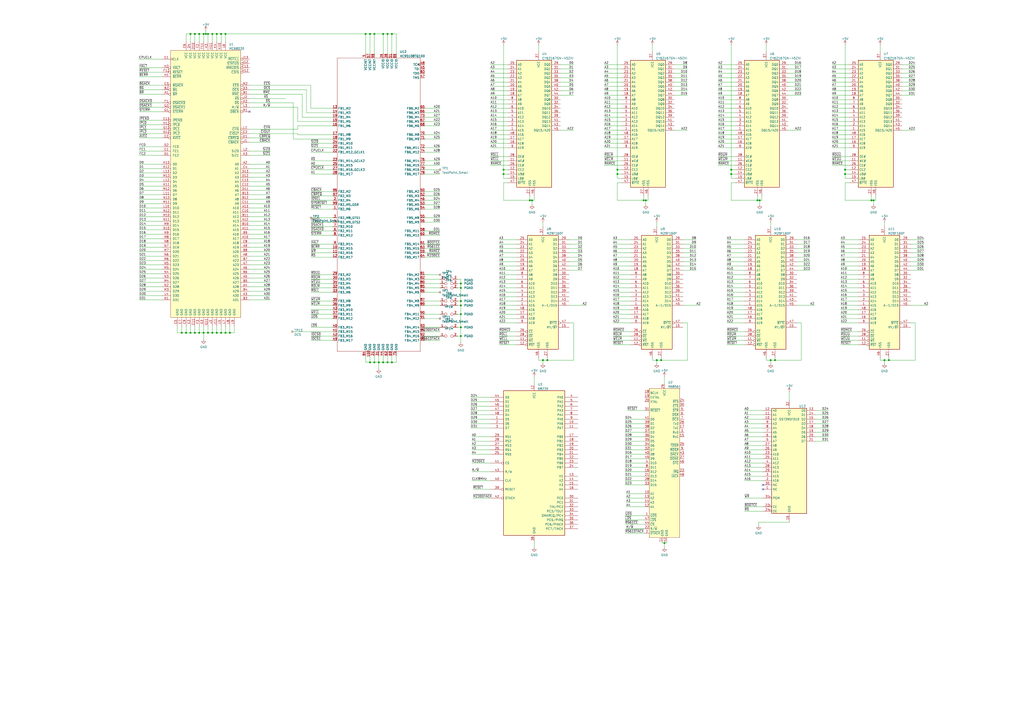
<source format=kicad_sch>
(kicad_sch (version 20211123) (generator eeschema)
  (paper "A2")
  (junction (at 214.63 210.185))
  (junction (at 110.49 193.04))
  (junction (at 125.73 19.685))
  (junction (at 267.335 182.245))
  (junction (at 292.1 98.425))
  (junction (at 267.335 189.865))
  (junction (at 133.35 193.04))
  (junction (at 385.445 314.96))
  (junction (at 314.96 208.915))
  (junction (at 113.03 193.04))
  (junction (at 267.335 177.165))
  (junction (at 120.65 19.685))
  (junction (at 119.38 19.685))
  (junction (at 440.69 116.205))
  (junction (at 267.335 164.465))
  (junction (at 490.22 100.965))
  (junction (at 505.46 116.205))
  (junction (at 227.33 19.685))
  (junction (at 115.57 193.04))
  (junction (at 212.09 19.685))
  (junction (at 214.63 19.685))
  (junction (at 118.11 193.04))
  (junction (at 125.73 193.04))
  (junction (at 513.08 208.915))
  (junction (at 506.73 116.205))
  (junction (at 383.54 208.915))
  (junction (at 219.71 210.185))
  (junction (at 227.33 210.185))
  (junction (at 105.41 193.04))
  (junction (at 381 208.915))
  (junction (at 267.335 167.005))
  (junction (at 490.22 98.425))
  (junction (at 292.1 100.965))
  (junction (at 374.65 116.205))
  (junction (at 439.42 116.205))
  (junction (at 224.79 19.685))
  (junction (at 358.14 98.425))
  (junction (at 267.335 174.625))
  (junction (at 358.14 100.965))
  (junction (at 123.19 19.685))
  (junction (at 110.49 19.685))
  (junction (at 224.79 210.185))
  (junction (at 118.11 19.685))
  (junction (at 130.81 19.685))
  (junction (at 123.19 193.04))
  (junction (at 130.81 193.04))
  (junction (at 222.25 210.185))
  (junction (at 424.18 100.965))
  (junction (at 115.57 19.685))
  (junction (at 307.34 116.205))
  (junction (at 120.65 193.04))
  (junction (at 317.5 208.915))
  (junction (at 217.17 210.185))
  (junction (at 373.38 116.205))
  (junction (at 308.61 116.205))
  (junction (at 222.25 19.685))
  (junction (at 107.95 193.04))
  (junction (at 217.17 19.685))
  (junction (at 113.03 19.685))
  (junction (at 449.58 208.915))
  (junction (at 267.335 194.945))
  (junction (at 515.62 208.915))
  (junction (at 424.18 98.425))
  (junction (at 128.27 19.685))
  (junction (at 128.27 193.04))
  (junction (at 447.04 208.915))
  (no_connect (at 442.595 281.305))
  (no_connect (at 442.595 283.845))
  (no_connect (at 144.78 64.77))
  (wire (pts (xy 462.28 151.765) (xy 469.9 151.765)))
  (wire (pts (xy 440.055 302.895) (xy 440.055 304.8)))
  (wire (pts (xy 246.38 80.645) (xy 255.27 80.645)))
  (wire (pts (xy 355.6 184.785) (xy 365.76 184.785)))
  (wire (pts (xy 214.63 19.685) (xy 214.63 31.115)))
  (wire (pts (xy 492.76 98.425) (xy 490.22 98.425)))
  (wire (pts (xy 246.38 144.145) (xy 255.27 144.145)))
  (wire (pts (xy 487.68 156.845) (xy 497.84 156.845)))
  (wire (pts (xy 246.38 146.685) (xy 255.27 146.685)))
  (wire (pts (xy 107.95 189.23) (xy 107.95 193.04)))
  (wire (pts (xy 217.17 206.375) (xy 217.17 210.185)))
  (wire (pts (xy 332.74 187.325) (xy 332.74 208.915)))
  (wire (pts (xy 144.78 130.81) (xy 156.718 130.81)))
  (wire (pts (xy 144.78 52.07) (xy 177.8 52.07)))
  (wire (pts (xy 523.24 52.705) (xy 530.86 52.705)))
  (wire (pts (xy 385.445 314.96) (xy 385.445 317.5)))
  (wire (pts (xy 180.34 126.365) (xy 193.04 126.365)))
  (wire (pts (xy 350.52 90.805) (xy 360.68 90.805)))
  (wire (pts (xy 416.56 78.105) (xy 426.72 78.105)))
  (wire (pts (xy 373.38 113.665) (xy 373.38 116.205)))
  (wire (pts (xy 386.715 314.325) (xy 386.715 314.96)))
  (wire (pts (xy 180.34 85.725) (xy 193.04 85.725)))
  (wire (pts (xy 144.78 168.91) (xy 156.718 168.91)))
  (wire (pts (xy 350.52 83.185) (xy 360.68 83.185)))
  (wire (pts (xy 355.6 192.405) (xy 365.76 192.405)))
  (wire (pts (xy 246.38 159.385) (xy 255.27 159.385)))
  (wire (pts (xy 265.43 182.245) (xy 267.335 182.245)))
  (wire (pts (xy 229.87 31.115) (xy 229.87 19.685)))
  (wire (pts (xy 307.34 113.665) (xy 307.34 116.205)))
  (wire (pts (xy 482.6 42.545) (xy 492.76 42.545)))
  (wire (pts (xy 229.87 206.375) (xy 229.87 210.185)))
  (wire (pts (xy 431.8 250.825) (xy 442.595 250.825)))
  (wire (pts (xy 355.6 182.245) (xy 365.76 182.245)))
  (wire (pts (xy 265.43 177.165) (xy 267.335 177.165)))
  (wire (pts (xy 464.82 187.325) (xy 464.82 208.915)))
  (wire (pts (xy 350.52 42.545) (xy 360.68 42.545)))
  (wire (pts (xy 125.73 193.04) (xy 123.19 193.04)))
  (wire (pts (xy 355.6 200.025) (xy 365.76 200.025)))
  (wire (pts (xy 528.32 139.065) (xy 535.94 139.065)))
  (wire (pts (xy 294.64 98.425) (xy 292.1 98.425)))
  (wire (pts (xy 118.11 193.04) (xy 118.11 196.85)))
  (wire (pts (xy 144.78 128.27) (xy 156.718 128.27)))
  (wire (pts (xy 421.64 161.925) (xy 431.8 161.925)))
  (wire (pts (xy 464.82 208.915) (xy 449.58 208.915)))
  (wire (pts (xy 246.38 184.785) (xy 255.27 184.785)))
  (wire (pts (xy 396.24 141.605) (xy 403.86 141.605)))
  (wire (pts (xy 421.64 167.005) (xy 431.8 167.005)))
  (wire (pts (xy 431.8 266.065) (xy 442.595 266.065)))
  (wire (pts (xy 510.54 208.915) (xy 513.08 208.915)))
  (wire (pts (xy 350.52 80.645) (xy 360.68 80.645)))
  (wire (pts (xy 325.12 37.465) (xy 332.74 37.465)))
  (wire (pts (xy 362.585 281.305) (xy 374.015 281.305)))
  (wire (pts (xy 144.78 123.19) (xy 156.718 123.19)))
  (wire (pts (xy 246.38 95.885) (xy 255.27 95.885)))
  (wire (pts (xy 431.8 273.685) (xy 442.595 273.685)))
  (wire (pts (xy 180.34 177.165) (xy 193.04 177.165)))
  (wire (pts (xy 363.22 306.705) (xy 374.015 306.705)))
  (wire (pts (xy 144.78 135.89) (xy 156.718 135.89)))
  (wire (pts (xy 115.57 193.04) (xy 118.11 193.04)))
  (wire (pts (xy 180.34 149.225) (xy 193.04 149.225)))
  (wire (pts (xy 267.335 177.165) (xy 267.335 174.625)))
  (wire (pts (xy 180.34 141.605) (xy 193.04 141.605)))
  (wire (pts (xy 355.6 161.925) (xy 365.76 161.925)))
  (wire (pts (xy 289.56 159.385) (xy 299.72 159.385)))
  (wire (pts (xy 482.6 47.625) (xy 492.76 47.625)))
  (wire (pts (xy 378.46 208.915) (xy 381 208.915)))
  (wire (pts (xy 80.772 72.39) (xy 93.98 72.39)))
  (wire (pts (xy 431.8 268.605) (xy 442.595 268.605)))
  (wire (pts (xy 457.2 52.705) (xy 464.82 52.705)))
  (wire (pts (xy 265.43 174.625) (xy 267.335 174.625)))
  (wire (pts (xy 330.2 144.145) (xy 337.82 144.145)))
  (wire (pts (xy 350.52 60.325) (xy 360.68 60.325)))
  (wire (pts (xy 473.075 255.905) (xy 480.695 255.905)))
  (wire (pts (xy 487.68 149.225) (xy 497.84 149.225)))
  (wire (pts (xy 362.585 253.365) (xy 374.015 253.365)))
  (wire (pts (xy 144.78 171.45) (xy 156.718 171.45)))
  (wire (pts (xy 219.71 206.375) (xy 219.71 210.185)))
  (wire (pts (xy 144.78 146.05) (xy 156.718 146.05)))
  (wire (pts (xy 144.78 120.65) (xy 156.718 120.65)))
  (wire (pts (xy 421.64 146.685) (xy 431.8 146.685)))
  (wire (pts (xy 284.48 85.725) (xy 294.64 85.725)))
  (wire (pts (xy 325.12 45.085) (xy 332.74 45.085)))
  (wire (pts (xy 441.96 113.665) (xy 441.96 116.205)))
  (wire (pts (xy 505.46 113.665) (xy 505.46 116.205)))
  (wire (pts (xy 224.79 19.685) (xy 224.79 31.115)))
  (wire (pts (xy 80.772 110.49) (xy 93.98 110.49)))
  (wire (pts (xy 144.78 138.43) (xy 156.718 138.43)))
  (wire (pts (xy 472.44 177.165) (xy 462.28 177.165)))
  (wire (pts (xy 416.56 45.085) (xy 426.72 45.085)))
  (wire (pts (xy 118.11 189.23) (xy 118.11 193.04)))
  (wire (pts (xy 396.24 154.305) (xy 403.86 154.305)))
  (wire (pts (xy 110.49 19.685) (xy 107.95 19.685)))
  (wire (pts (xy 416.56 90.805) (xy 426.72 90.805)))
  (wire (pts (xy 144.78 151.13) (xy 156.718 151.13)))
  (wire (pts (xy 102.87 189.23) (xy 102.87 193.04)))
  (wire (pts (xy 350.52 40.005) (xy 360.68 40.005)))
  (wire (pts (xy 292.1 103.505) (xy 292.1 100.965)))
  (wire (pts (xy 431.8 248.285) (xy 442.595 248.285)))
  (wire (pts (xy 180.34 144.145) (xy 193.04 144.145)))
  (wire (pts (xy 289.56 182.245) (xy 299.72 182.245)))
  (wire (pts (xy 391.16 37.465) (xy 398.78 37.465)))
  (wire (pts (xy 144.78 90.17) (xy 156.845 90.17)))
  (wire (pts (xy 363.22 286.385) (xy 374.015 286.385)))
  (wire (pts (xy 172.72 62.23) (xy 172.72 70.485)))
  (wire (pts (xy 80.772 125.73) (xy 93.98 125.73)))
  (wire (pts (xy 273.685 253.365) (xy 284.48 253.365)))
  (wire (pts (xy 274.32 288.925) (xy 284.48 288.925)))
  (wire (pts (xy 350.52 52.705) (xy 360.68 52.705)))
  (wire (pts (xy 227.33 19.685) (xy 229.87 19.685)))
  (wire (pts (xy 144.78 173.99) (xy 156.718 173.99)))
  (wire (pts (xy 431.8 294.005) (xy 442.595 294.005)))
  (wire (pts (xy 358.14 103.505) (xy 358.14 100.965)))
  (wire (pts (xy 362.585 258.445) (xy 374.015 258.445)))
  (wire (pts (xy 325.12 40.005) (xy 332.74 40.005)))
  (wire (pts (xy 416.56 40.005) (xy 426.72 40.005)))
  (wire (pts (xy 482.6 62.865) (xy 492.76 62.865)))
  (wire (pts (xy 284.48 73.025) (xy 294.64 73.025)))
  (wire (pts (xy 355.6 156.845) (xy 365.76 156.845)))
  (wire (pts (xy 144.78 153.67) (xy 156.718 153.67)))
  (wire (pts (xy 314.96 128.905) (xy 314.96 131.445)))
  (wire (pts (xy 273.05 243.205) (xy 284.48 243.205)))
  (wire (pts (xy 457.2 40.005) (xy 464.82 40.005)))
  (wire (pts (xy 457.835 227.33) (xy 457.835 231.775)))
  (wire (pts (xy 289.56 154.305) (xy 299.72 154.305)))
  (wire (pts (xy 123.19 189.23) (xy 123.19 193.04)))
  (wire (pts (xy 289.56 151.765) (xy 299.72 151.765)))
  (wire (pts (xy 110.49 193.04) (xy 113.03 193.04)))
  (wire (pts (xy 416.56 80.645) (xy 426.72 80.645)))
  (wire (pts (xy 416.56 70.485) (xy 426.72 70.485)))
  (wire (pts (xy 180.34 113.665) (xy 193.04 113.665)))
  (wire (pts (xy 80.772 173.99) (xy 93.98 173.99)))
  (wire (pts (xy 80.772 80.01) (xy 93.98 80.01)))
  (wire (pts (xy 325.12 75.565) (xy 332.74 75.565)))
  (wire (pts (xy 421.64 164.465) (xy 431.8 164.465)))
  (wire (pts (xy 246.38 118.745) (xy 255.27 118.745)))
  (wire (pts (xy 289.56 161.925) (xy 299.72 161.925)))
  (wire (pts (xy 284.48 42.545) (xy 294.64 42.545)))
  (wire (pts (xy 284.48 75.565) (xy 294.64 75.565)))
  (wire (pts (xy 487.68 144.145) (xy 497.84 144.145)))
  (wire (pts (xy 482.6 40.005) (xy 492.76 40.005)))
  (wire (pts (xy 246.38 93.345) (xy 255.27 93.345)))
  (wire (pts (xy 416.56 57.785) (xy 426.72 57.785)))
  (wire (pts (xy 473.075 238.125) (xy 480.695 238.125)))
  (wire (pts (xy 217.17 19.685) (xy 222.25 19.685)))
  (wire (pts (xy 267.335 198.755) (xy 267.335 194.945)))
  (wire (pts (xy 246.38 73.025) (xy 255.27 73.025)))
  (wire (pts (xy 118.11 19.685) (xy 118.11 24.13)))
  (wire (pts (xy 431.8 255.905) (xy 442.595 255.905)))
  (wire (pts (xy 246.38 116.205) (xy 255.27 116.205)))
  (wire (pts (xy 289.56 192.405) (xy 299.72 192.405)))
  (wire (pts (xy 396.24 187.325) (xy 398.78 187.325)))
  (wire (pts (xy 246.38 174.625) (xy 255.27 174.625)))
  (wire (pts (xy 396.24 144.145) (xy 403.86 144.145)))
  (wire (pts (xy 487.68 182.245) (xy 497.84 182.245)))
  (wire (pts (xy 416.56 50.165) (xy 426.72 50.165)))
  (wire (pts (xy 355.6 197.485) (xy 365.76 197.485)))
  (wire (pts (xy 180.34 111.125) (xy 193.04 111.125)))
  (wire (pts (xy 421.64 174.625) (xy 431.8 174.625)))
  (wire (pts (xy 375.92 116.205) (xy 374.65 116.205)))
  (wire (pts (xy 113.03 193.04) (xy 115.57 193.04)))
  (wire (pts (xy 362.585 268.605) (xy 374.015 268.605)))
  (wire (pts (xy 330.2 141.605) (xy 337.82 141.605)))
  (wire (pts (xy 457.2 45.085) (xy 464.82 45.085)))
  (wire (pts (xy 421.64 141.605) (xy 431.8 141.605)))
  (wire (pts (xy 360.68 98.425) (xy 358.14 98.425)))
  (wire (pts (xy 457.2 50.165) (xy 464.82 50.165)))
  (wire (pts (xy 391.16 75.565) (xy 398.78 75.565)))
  (wire (pts (xy 144.78 110.49) (xy 156.718 110.49)))
  (wire (pts (xy 180.34 83.185) (xy 193.04 83.185)))
  (wire (pts (xy 180.34 62.865) (xy 193.04 62.865)))
  (wire (pts (xy 462.28 154.305) (xy 469.9 154.305)))
  (wire (pts (xy 284.48 45.085) (xy 294.64 45.085)))
  (wire (pts (xy 360.68 106.045) (xy 358.14 106.045)))
  (wire (pts (xy 362.585 299.085) (xy 374.015 299.085)))
  (wire (pts (xy 212.09 19.685) (xy 214.63 19.685)))
  (wire (pts (xy 528.32 187.325) (xy 530.86 187.325)))
  (wire (pts (xy 447.04 128.905) (xy 447.04 131.445)))
  (wire (pts (xy 426.72 103.505) (xy 424.18 103.505)))
  (wire (pts (xy 128.27 19.685) (xy 130.81 19.685)))
  (wire (pts (xy 362.585 255.905) (xy 374.015 255.905)))
  (wire (pts (xy 144.78 80.01) (xy 156.845 80.01)))
  (wire (pts (xy 246.38 88.265) (xy 255.27 88.265)))
  (wire (pts (xy 80.772 120.65) (xy 93.98 120.65)))
  (wire (pts (xy 180.34 167.005) (xy 193.04 167.005)))
  (wire (pts (xy 144.78 133.35) (xy 156.718 133.35)))
  (wire (pts (xy 284.48 83.185) (xy 294.64 83.185)))
  (wire (pts (xy 444.5 207.645) (xy 444.5 208.915)))
  (wire (pts (xy 144.78 115.57) (xy 156.718 115.57)))
  (wire (pts (xy 482.6 52.705) (xy 492.76 52.705)))
  (wire (pts (xy 80.772 102.87) (xy 93.98 102.87)))
  (wire (pts (xy 222.25 31.115) (xy 222.25 19.685)))
  (wire (pts (xy 289.56 172.085) (xy 299.72 172.085)))
  (wire (pts (xy 265.43 189.865) (xy 267.335 189.865)))
  (wire (pts (xy 312.42 207.645) (xy 312.42 208.915)))
  (wire (pts (xy 362.585 263.525) (xy 374.015 263.525)))
  (wire (pts (xy 355.6 167.005) (xy 365.76 167.005)))
  (wire (pts (xy 217.17 210.185) (xy 219.71 210.185)))
  (wire (pts (xy 421.64 177.165) (xy 431.8 177.165)))
  (wire (pts (xy 362.585 276.225) (xy 374.015 276.225)))
  (wire (pts (xy 273.685 278.765) (xy 284.48 278.765)))
  (wire (pts (xy 289.56 167.005) (xy 299.72 167.005)))
  (wire (pts (xy 330.2 151.765) (xy 337.82 151.765)))
  (wire (pts (xy 350.52 85.725) (xy 360.68 85.725)))
  (wire (pts (xy 391.16 50.165) (xy 398.78 50.165)))
  (wire (pts (xy 363.22 294.005) (xy 374.015 294.005)))
  (wire (pts (xy 482.6 93.345) (xy 492.76 93.345)))
  (wire (pts (xy 180.34 95.885) (xy 193.04 95.885)))
  (wire (pts (xy 350.52 37.465) (xy 360.68 37.465)))
  (wire (pts (xy 391.16 40.005) (xy 398.78 40.005)))
  (wire (pts (xy 362.585 278.765) (xy 374.015 278.765)))
  (wire (pts (xy 144.78 140.97) (xy 156.718 140.97)))
  (wire (pts (xy 362.585 245.745) (xy 374.015 245.745)))
  (wire (pts (xy 80.772 138.43) (xy 93.98 138.43)))
  (wire (pts (xy 273.05 245.745) (xy 284.48 245.745)))
  (wire (pts (xy 462.28 139.065) (xy 469.9 139.065)))
  (wire (pts (xy 317.5 207.645) (xy 317.5 208.915)))
  (wire (pts (xy 362.585 273.685) (xy 374.015 273.685)))
  (wire (pts (xy 440.69 116.205) (xy 439.42 116.205)))
  (wire (pts (xy 309.88 314.325) (xy 309.88 317.5)))
  (wire (pts (xy 312.42 208.915) (xy 314.96 208.915)))
  (wire (pts (xy 396.24 149.225) (xy 403.86 149.225)))
  (wire (pts (xy 80.772 146.05) (xy 93.98 146.05)))
  (wire (pts (xy 416.56 65.405) (xy 426.72 65.405)))
  (wire (pts (xy 362.585 250.825) (xy 374.015 250.825)))
  (wire (pts (xy 431.8 271.145) (xy 442.595 271.145)))
  (wire (pts (xy 490.22 106.045) (xy 490.22 116.205)))
  (wire (pts (xy 217.17 19.685) (xy 217.17 31.115)))
  (wire (pts (xy 431.8 238.125) (xy 442.595 238.125)))
  (wire (pts (xy 289.56 146.685) (xy 299.72 146.685)))
  (wire (pts (xy 120.65 189.23) (xy 120.65 193.04)))
  (wire (pts (xy 246.38 149.225) (xy 255.27 149.225)))
  (wire (pts (xy 421.64 139.065) (xy 431.8 139.065)))
  (wire (pts (xy 180.34 100.965) (xy 193.04 100.965)))
  (wire (pts (xy 358.14 26.035) (xy 358.14 98.425)))
  (wire (pts (xy 80.772 95.25) (xy 93.98 95.25)))
  (wire (pts (xy 180.34 131.445) (xy 193.04 131.445)))
  (wire (pts (xy 123.19 19.685) (xy 123.19 24.13)))
  (wire (pts (xy 222.25 210.185) (xy 219.71 210.185)))
  (wire (pts (xy 487.68 197.485) (xy 497.84 197.485)))
  (wire (pts (xy 431.8 245.745) (xy 442.595 245.745)))
  (wire (pts (xy 362.585 266.065) (xy 374.015 266.065)))
  (wire (pts (xy 180.34 49.53) (xy 180.34 62.865)))
  (wire (pts (xy 482.6 37.465) (xy 492.76 37.465)))
  (wire (pts (xy 482.6 83.185) (xy 492.76 83.185)))
  (wire (pts (xy 528.32 144.145) (xy 535.94 144.145)))
  (wire (pts (xy 224.79 210.185) (xy 222.25 210.185)))
  (wire (pts (xy 462.28 156.845) (xy 469.9 156.845)))
  (wire (pts (xy 523.24 75.565) (xy 530.86 75.565)))
  (wire (pts (xy 125.73 19.685) (xy 128.27 19.685)))
  (wire (pts (xy 273.685 258.445) (xy 284.48 258.445)))
  (wire (pts (xy 80.772 90.17) (xy 93.98 90.17)))
  (wire (pts (xy 487.68 177.165) (xy 497.84 177.165)))
  (wire (pts (xy 482.6 60.325) (xy 492.76 60.325)))
  (wire (pts (xy 120.65 193.04) (xy 118.11 193.04)))
  (wire (pts (xy 462.28 149.225) (xy 469.9 149.225)))
  (wire (pts (xy 289.56 194.945) (xy 299.72 194.945)))
  (wire (pts (xy 246.38 98.425) (xy 255.27 98.425)))
  (wire (pts (xy 246.38 78.105) (xy 255.27 78.105)))
  (wire (pts (xy 355.6 151.765) (xy 365.76 151.765)))
  (wire (pts (xy 289.56 179.705) (xy 299.72 179.705)))
  (wire (pts (xy 391.16 47.625) (xy 398.78 47.625)))
  (wire (pts (xy 180.34 133.985) (xy 193.04 133.985)))
  (wire (pts (xy 421.64 194.945) (xy 431.8 194.945)))
  (wire (pts (xy 362.585 260.985) (xy 374.015 260.985)))
  (wire (pts (xy 246.38 192.405) (xy 255.27 192.405)))
  (wire (pts (xy 123.19 193.04) (xy 120.65 193.04)))
  (wire (pts (xy 396.24 146.685) (xy 403.86 146.685)))
  (wire (pts (xy 424.18 116.205) (xy 439.42 116.205)))
  (wire (pts (xy 416.56 93.345) (xy 426.72 93.345)))
  (wire (pts (xy 378.46 26.035) (xy 378.46 29.845)))
  (wire (pts (xy 289.56 184.785) (xy 299.72 184.785)))
  (wire (pts (xy 144.78 57.15) (xy 165.735 57.15)))
  (wire (pts (xy 115.57 19.685) (xy 115.57 24.13)))
  (wire (pts (xy 487.68 174.625) (xy 497.84 174.625)))
  (wire (pts (xy 169.545 192.405) (xy 193.04 192.405)))
  (wire (pts (xy 246.38 121.285) (xy 255.27 121.285)))
  (wire (pts (xy 444.5 26.035) (xy 444.5 29.845)))
  (wire (pts (xy 80.772 118.11) (xy 93.98 118.11)))
  (wire (pts (xy 180.34 182.245) (xy 193.04 182.245)))
  (wire (pts (xy 406.4 177.165) (xy 396.24 177.165)))
  (wire (pts (xy 273.685 273.685) (xy 284.48 273.685)))
  (wire (pts (xy 492.76 103.505) (xy 490.22 103.505)))
  (wire (pts (xy 350.52 70.485) (xy 360.68 70.485)))
  (wire (pts (xy 80.772 41.91) (xy 93.98 41.91)))
  (wire (pts (xy 424.18 100.965) (xy 424.18 98.425)))
  (wire (pts (xy 523.24 37.465) (xy 530.86 37.465)))
  (wire (pts (xy 363.22 288.925) (xy 374.015 288.925)))
  (wire (pts (xy 133.35 193.04) (xy 130.81 193.04)))
  (wire (pts (xy 289.56 174.625) (xy 299.72 174.625)))
  (wire (pts (xy 449.58 207.645) (xy 449.58 208.915)))
  (wire (pts (xy 431.8 296.545) (xy 442.595 296.545)))
  (wire (pts (xy 391.16 55.245) (xy 398.78 55.245)))
  (wire (pts (xy 284.48 93.345) (xy 294.64 93.345)))
  (wire (pts (xy 362.585 309.245) (xy 374.015 309.245)))
  (wire (pts (xy 482.6 45.085) (xy 492.76 45.085)))
  (wire (pts (xy 416.56 37.465) (xy 426.72 37.465)))
  (wire (pts (xy 246.38 141.605) (xy 255.27 141.605)))
  (wire (pts (xy 312.42 26.035) (xy 312.42 29.845)))
  (wire (pts (xy 487.68 187.325) (xy 497.84 187.325)))
  (wire (pts (xy 431.8 276.225) (xy 442.595 276.225)))
  (wire (pts (xy 431.8 260.985) (xy 442.595 260.985)))
  (wire (pts (xy 355.6 194.945) (xy 365.76 194.945)))
  (wire (pts (xy 80.772 140.97) (xy 93.98 140.97)))
  (wire (pts (xy 330.2 146.685) (xy 337.82 146.685)))
  (wire (pts (xy 462.28 144.145) (xy 469.9 144.145)))
  (wire (pts (xy 284.48 37.465) (xy 294.64 37.465)))
  (wire (pts (xy 289.56 200.025) (xy 299.72 200.025)))
  (wire (pts (xy 449.58 208.915) (xy 447.04 208.915)))
  (wire (pts (xy 457.2 75.565) (xy 464.82 75.565)))
  (wire (pts (xy 391.16 42.545) (xy 398.78 42.545)))
  (wire (pts (xy 80.772 74.93) (xy 93.98 74.93)))
  (wire (pts (xy 421.64 156.845) (xy 431.8 156.845)))
  (wire (pts (xy 482.6 85.725) (xy 492.76 85.725)))
  (wire (pts (xy 80.772 153.67) (xy 93.98 153.67)))
  (wire (pts (xy 246.38 62.865) (xy 255.27 62.865)))
  (wire (pts (xy 273.05 238.125) (xy 284.48 238.125)))
  (wire (pts (xy 396.24 156.845) (xy 403.86 156.845)))
  (wire (pts (xy 355.6 179.705) (xy 365.76 179.705)))
  (wire (pts (xy 119.38 17.78) (xy 119.38 19.685)))
  (wire (pts (xy 246.38 67.945) (xy 255.27 67.945)))
  (wire (pts (xy 224.79 19.685) (xy 227.33 19.685)))
  (wire (pts (xy 229.87 210.185) (xy 227.33 210.185)))
  (wire (pts (xy 487.68 151.765) (xy 497.84 151.765)))
  (wire (pts (xy 355.6 174.625) (xy 365.76 174.625)))
  (wire (pts (xy 128.27 193.04) (xy 125.73 193.04)))
  (wire (pts (xy 130.81 19.685) (xy 130.81 24.13)))
  (wire (pts (xy 421.64 182.245) (xy 431.8 182.245)))
  (wire (pts (xy 113.03 19.685) (xy 115.57 19.685)))
  (wire (pts (xy 350.52 95.885) (xy 360.68 95.885)))
  (wire (pts (xy 431.8 263.525) (xy 442.595 263.525)))
  (wire (pts (xy 130.81 19.685) (xy 212.09 19.685)))
  (wire (pts (xy 125.73 19.685) (xy 125.73 24.13)))
  (wire (pts (xy 246.38 128.905) (xy 255.27 128.905)))
  (wire (pts (xy 246.38 167.005) (xy 255.27 167.005)))
  (wire (pts (xy 284.48 40.005) (xy 294.64 40.005)))
  (wire (pts (xy 355.6 139.065) (xy 365.76 139.065)))
  (wire (pts (xy 246.38 194.945) (xy 255.27 194.945)))
  (wire (pts (xy 515.62 208.915) (xy 513.08 208.915)))
  (wire (pts (xy 246.38 182.245) (xy 255.27 182.245)))
  (wire (pts (xy 441.96 116.205) (xy 440.69 116.205)))
  (wire (pts (xy 284.48 70.485) (xy 294.64 70.485)))
  (wire (pts (xy 309.88 113.665) (xy 309.88 116.205)))
  (wire (pts (xy 424.18 26.035) (xy 424.18 98.425)))
  (wire (pts (xy 421.64 169.545) (xy 431.8 169.545)))
  (wire (pts (xy 180.34 146.685) (xy 193.04 146.685)))
  (wire (pts (xy 330.2 149.225) (xy 337.82 149.225)))
  (wire (pts (xy 416.56 75.565) (xy 426.72 75.565)))
  (wire (pts (xy 350.52 65.405) (xy 360.68 65.405)))
  (wire (pts (xy 246.38 189.865) (xy 255.27 189.865)))
  (wire (pts (xy 110.49 189.23) (xy 110.49 193.04)))
  (wire (pts (xy 273.05 233.045) (xy 284.48 233.045)))
  (wire (pts (xy 246.38 113.665) (xy 255.27 113.665)))
  (wire (pts (xy 421.64 200.025) (xy 431.8 200.025)))
  (wire (pts (xy 80.772 163.83) (xy 93.98 163.83)))
  (wire (pts (xy 289.56 149.225) (xy 299.72 149.225)))
  (wire (pts (xy 80.772 148.59) (xy 93.98 148.59)))
  (wire (pts (xy 284.48 90.805) (xy 294.64 90.805)))
  (wire (pts (xy 384.175 314.96) (xy 385.445 314.96)))
  (wire (pts (xy 487.68 200.025) (xy 497.84 200.025)))
  (wire (pts (xy 273.685 255.905) (xy 284.48 255.905)))
  (wire (pts (xy 273.685 263.525) (xy 284.48 263.525)))
  (wire (pts (xy 246.38 126.365) (xy 255.27 126.365)))
  (wire (pts (xy 180.34 98.425) (xy 193.04 98.425)))
  (wire (pts (xy 309.88 218.44) (xy 309.88 222.885)))
  (wire (pts (xy 80.772 168.91) (xy 93.98 168.91)))
  (wire (pts (xy 144.78 97.79) (xy 156.718 97.79)))
  (wire (pts (xy 292.1 100.965) (xy 294.64 100.965)))
  (wire (pts (xy 431.8 240.665) (xy 442.595 240.665)))
  (wire (pts (xy 180.34 169.545) (xy 193.04 169.545)))
  (wire (pts (xy 358.14 106.045) (xy 358.14 116.205)))
  (wire (pts (xy 487.68 184.785) (xy 497.84 184.785)))
  (wire (pts (xy 363.855 238.125) (xy 374.015 238.125)))
  (wire (pts (xy 487.68 167.005) (xy 497.84 167.005)))
  (wire (pts (xy 267.335 164.465) (xy 267.335 161.925)))
  (wire (pts (xy 416.56 42.545) (xy 426.72 42.545)))
  (wire (pts (xy 440.69 116.205) (xy 440.69 118.745)))
  (wire (pts (xy 350.52 55.245) (xy 360.68 55.245)))
  (wire (pts (xy 309.88 116.205) (xy 308.61 116.205)))
  (wire (pts (xy 144.78 74.93) (xy 172.72 74.93)))
  (wire (pts (xy 523.24 42.545) (xy 530.86 42.545)))
  (wire (pts (xy 123.19 19.685) (xy 125.73 19.685)))
  (wire (pts (xy 80.772 44.45) (xy 93.98 44.45)))
  (wire (pts (xy 180.34 116.205) (xy 193.04 116.205)))
  (wire (pts (xy 292.1 116.205) (xy 307.34 116.205)))
  (wire (pts (xy 355.6 187.325) (xy 365.76 187.325)))
  (wire (pts (xy 265.43 164.465) (xy 267.335 164.465)))
  (wire (pts (xy 330.2 156.845) (xy 337.82 156.845)))
  (wire (pts (xy 362.585 248.285) (xy 374.015 248.285)))
  (wire (pts (xy 284.48 60.325) (xy 294.64 60.325)))
  (wire (pts (xy 80.772 77.47) (xy 93.98 77.47)))
  (wire (pts (xy 386.715 314.96) (xy 385.445 314.96)))
  (wire (pts (xy 487.68 194.945) (xy 497.84 194.945)))
  (wire (pts (xy 482.6 70.485) (xy 492.76 70.485)))
  (wire (pts (xy 246.38 85.725) (xy 255.27 85.725)))
  (wire (pts (xy 80.772 115.57) (xy 93.98 115.57)))
  (wire (pts (xy 421.64 144.145) (xy 431.8 144.145)))
  (wire (pts (xy 246.38 177.165) (xy 255.27 177.165)))
  (wire (pts (xy 424.18 103.505) (xy 424.18 100.965)))
  (wire (pts (xy 80.772 133.35) (xy 93.98 133.35)))
  (wire (pts (xy 119.38 19.685) (xy 120.65 19.685)))
  (wire (pts (xy 284.48 95.885) (xy 294.64 95.885)))
  (wire (pts (xy 180.34 197.485) (xy 193.04 197.485)))
  (wire (pts (xy 284.48 67.945) (xy 294.64 67.945)))
  (wire (pts (xy 267.335 189.865) (xy 267.335 182.245)))
  (wire (pts (xy 487.68 146.685) (xy 497.84 146.685)))
  (wire (pts (xy 421.64 187.325) (xy 431.8 187.325)))
  (wire (pts (xy 175.26 54.61) (xy 175.26 67.945)))
  (wire (pts (xy 144.78 49.53) (xy 180.34 49.53)))
  (wire (pts (xy 330.2 187.325) (xy 332.74 187.325)))
  (wire (pts (xy 267.335 194.945) (xy 267.335 189.865)))
  (wire (pts (xy 180.34 136.525) (xy 193.04 136.525)))
  (wire (pts (xy 80.772 143.51) (xy 93.98 143.51)))
  (wire (pts (xy 513.08 208.915) (xy 513.08 210.82)))
  (wire (pts (xy 506.73 116.205) (xy 506.73 118.745)))
  (wire (pts (xy 515.62 207.645) (xy 515.62 208.915)))
  (wire (pts (xy 222.25 206.375) (xy 222.25 210.185)))
  (wire (pts (xy 80.772 69.85) (xy 93.98 69.85)))
  (wire (pts (xy 172.72 70.485) (xy 193.04 70.485)))
  (wire (pts (xy 128.27 19.685) (xy 128.27 24.13)))
  (wire (pts (xy 177.8 52.07) (xy 177.8 65.405)))
  (wire (pts (xy 396.24 139.065) (xy 403.86 139.065)))
  (wire (pts (xy 355.6 144.145) (xy 365.76 144.145)))
  (wire (pts (xy 175.26 67.945) (xy 193.04 67.945)))
  (wire (pts (xy 144.78 143.51) (xy 156.718 143.51)))
  (wire (pts (xy 246.38 111.125) (xy 255.27 111.125)))
  (wire (pts (xy 130.81 193.04) (xy 128.27 193.04)))
  (wire (pts (xy 355.6 154.305) (xy 365.76 154.305)))
  (wire (pts (xy 416.56 60.325) (xy 426.72 60.325)))
  (wire (pts (xy 358.14 100.965) (xy 360.68 100.965)))
  (wire (pts (xy 362.585 243.205) (xy 374.015 243.205)))
  (wire (pts (xy 513.08 128.905) (xy 513.08 131.445)))
  (wire (pts (xy 487.68 141.605) (xy 497.84 141.605)))
  (wire (pts (xy 265.43 194.945) (xy 267.335 194.945)))
  (wire (pts (xy 416.56 67.945) (xy 426.72 67.945)))
  (wire (pts (xy 80.772 39.37) (xy 93.98 39.37)))
  (wire (pts (xy 219.71 210.185) (xy 219.71 213.995)))
  (wire (pts (xy 358.14 116.205) (xy 373.38 116.205)))
  (wire (pts (xy 246.38 164.465) (xy 255.27 164.465)))
  (wire (pts (xy 144.78 156.21) (xy 156.718 156.21)))
  (wire (pts (xy 144.78 82.55) (xy 156.845 82.55)))
  (wire (pts (xy 267.335 167.005) (xy 267.335 164.465)))
  (wire (pts (xy 180.34 179.705) (xy 193.04 179.705)))
  (wire (pts (xy 130.81 189.23) (xy 130.81 193.04)))
  (wire (pts (xy 107.95 193.04) (xy 110.49 193.04)))
  (wire (pts (xy 490.22 116.205) (xy 505.46 116.205)))
  (wire (pts (xy 350.52 75.565) (xy 360.68 75.565)))
  (wire (pts (xy 180.34 128.905) (xy 193.04 128.905)))
  (wire (pts (xy 416.56 95.885) (xy 426.72 95.885)))
  (wire (pts (xy 421.64 192.405) (xy 431.8 192.405)))
  (wire (pts (xy 105.41 189.23) (xy 105.41 193.04)))
  (wire (pts (xy 273.05 230.505) (xy 284.48 230.505)))
  (wire (pts (xy 144.78 87.63) (xy 156.845 87.63)))
  (wire (pts (xy 538.48 177.165) (xy 528.32 177.165)))
  (wire (pts (xy 528.32 156.845) (xy 535.94 156.845)))
  (wire (pts (xy 289.56 177.165) (xy 299.72 177.165)))
  (wire (pts (xy 212.09 206.375) (xy 212.09 210.185)))
  (wire (pts (xy 267.335 182.245) (xy 267.335 177.165)))
  (wire (pts (xy 416.56 73.025) (xy 426.72 73.025)))
  (wire (pts (xy 144.78 95.25) (xy 156.718 95.25)))
  (wire (pts (xy 80.772 128.27) (xy 93.98 128.27)))
  (wire (pts (xy 421.64 172.085) (xy 431.8 172.085)))
  (wire (pts (xy 383.54 208.915) (xy 381 208.915)))
  (wire (pts (xy 462.28 141.605) (xy 469.9 141.605)))
  (wire (pts (xy 284.48 47.625) (xy 294.64 47.625)))
  (wire (pts (xy 227.33 206.375) (xy 227.33 210.185)))
  (wire (pts (xy 80.772 123.19) (xy 93.98 123.19)))
  (wire (pts (xy 325.12 50.165) (xy 332.74 50.165)))
  (wire (pts (xy 530.86 208.915) (xy 515.62 208.915)))
  (wire (pts (xy 416.56 52.705) (xy 426.72 52.705)))
  (wire (pts (xy 170.18 80.645) (xy 170.18 59.69)))
  (wire (pts (xy 284.48 62.865) (xy 294.64 62.865)))
  (wire (pts (xy 273.685 268.605) (xy 284.48 268.605)))
  (wire (pts (xy 362.585 271.145) (xy 374.015 271.145)))
  (wire (pts (xy 308.61 116.205) (xy 308.61 118.745)))
  (wire (pts (xy 80.772 151.13) (xy 93.98 151.13)))
  (wire (pts (xy 222.25 19.685) (xy 224.79 19.685)))
  (wire (pts (xy 398.78 187.325) (xy 398.78 208.915)))
  (wire (pts (xy 473.075 248.285) (xy 480.695 248.285)))
  (wire (pts (xy 431.8 278.765) (xy 442.595 278.765)))
  (wire (pts (xy 528.32 146.685) (xy 535.94 146.685)))
  (wire (pts (xy 274.32 283.845) (xy 284.48 283.845)))
  (wire (pts (xy 180.34 184.785) (xy 193.04 184.785)))
  (wire (pts (xy 487.68 169.545) (xy 497.84 169.545)))
  (wire (pts (xy 102.87 193.04) (xy 105.41 193.04)))
  (wire (pts (xy 284.48 52.705) (xy 294.64 52.705)))
  (wire (pts (xy 284.48 55.245) (xy 294.64 55.245)))
  (wire (pts (xy 294.64 103.505) (xy 292.1 103.505)))
  (wire (pts (xy 482.6 78.105) (xy 492.76 78.105)))
  (wire (pts (xy 325.12 42.545) (xy 332.74 42.545)))
  (wire (pts (xy 246.38 136.525) (xy 255.27 136.525)))
  (wire (pts (xy 482.6 90.805) (xy 492.76 90.805)))
  (wire (pts (xy 246.38 100.965) (xy 255.27 100.965)))
  (wire (pts (xy 421.64 151.765) (xy 431.8 151.765)))
  (wire (pts (xy 180.34 159.385) (xy 193.04 159.385)))
  (wire (pts (xy 362.585 304.165) (xy 374.015 304.165)))
  (wire (pts (xy 426.72 106.045) (xy 424.18 106.045)))
  (wire (pts (xy 80.772 62.23) (xy 93.98 62.23)))
  (wire (pts (xy 177.8 65.405) (xy 193.04 65.405)))
  (wire (pts (xy 246.38 133.985) (xy 255.27 133.985)))
  (wire (pts (xy 289.56 144.145) (xy 299.72 144.145)))
  (wire (pts (xy 80.772 54.61) (xy 93.98 54.61)))
  (wire (pts (xy 135.89 193.04) (xy 133.35 193.04)))
  (wire (pts (xy 381 128.905) (xy 381 131.445)))
  (wire (pts (xy 144.78 158.75) (xy 156.718 158.75)))
  (wire (pts (xy 487.68 172.085) (xy 497.84 172.085)))
  (wire (pts (xy 330.2 139.065) (xy 337.82 139.065)))
  (wire (pts (xy 473.075 240.665) (xy 480.695 240.665)))
  (wire (pts (xy 246.38 65.405) (xy 255.27 65.405)))
  (wire (pts (xy 212.09 19.685) (xy 212.09 31.115)))
  (wire (pts (xy 308.61 116.205) (xy 307.34 116.205)))
  (wire (pts (xy 113.03 189.23) (xy 113.03 193.04)))
  (wire (pts (xy 144.78 161.29) (xy 156.718 161.29)))
  (wire (pts (xy 350.52 93.345) (xy 360.68 93.345)))
  (wire (pts (xy 508 113.665) (xy 508 116.205)))
  (wire (pts (xy 325.12 55.245) (xy 332.74 55.245)))
  (wire (pts (xy 398.78 208.915) (xy 383.54 208.915)))
  (wire (pts (xy 110.49 19.685) (xy 113.03 19.685)))
  (wire (pts (xy 350.52 47.625) (xy 360.68 47.625)))
  (wire (pts (xy 350.52 67.945) (xy 360.68 67.945)))
  (wire (pts (xy 80.772 156.21) (xy 93.98 156.21)))
  (wire (pts (xy 224.79 206.375) (xy 224.79 210.185)))
  (wire (pts (xy 317.5 208.915) (xy 314.96 208.915)))
  (wire (pts (xy 170.18 80.645) (xy 193.04 80.645)))
  (wire (pts (xy 80.772 135.89) (xy 93.98 135.89)))
  (wire (pts (xy 421.64 179.705) (xy 431.8 179.705)))
  (wire (pts (xy 180.34 118.745) (xy 193.04 118.745)))
  (wire (pts (xy 144.78 77.47) (xy 172.72 77.47)))
  (wire (pts (xy 105.41 193.04) (xy 107.95 193.04)))
  (wire (pts (xy 246.38 197.485) (xy 255.27 197.485)))
  (wire (pts (xy 431.8 288.925) (xy 442.595 288.925)))
  (wire (pts (xy 325.12 47.625) (xy 332.74 47.625)))
  (wire (pts (xy 265.43 167.005) (xy 267.335 167.005)))
  (wire (pts (xy 284.48 80.645) (xy 294.64 80.645)))
  (wire (pts (xy 462.28 146.685) (xy 469.9 146.685)))
  (wire (pts (xy 426.72 98.425) (xy 424.18 98.425)))
  (wire (pts (xy 385.445 218.44) (xy 385.445 222.885)))
  (wire (pts (xy 80.772 105.41) (xy 93.98 105.41)))
  (wire (pts (xy 292.1 106.045) (xy 292.1 116.205)))
  (wire (pts (xy 144.78 54.61) (xy 175.26 54.61)))
  (wire (pts (xy 289.56 187.325) (xy 299.72 187.325)))
  (wire (pts (xy 482.6 55.245) (xy 492.76 55.245)))
  (wire (pts (xy 375.92 113.665) (xy 375.92 116.205)))
  (wire (pts (xy 273.685 260.985) (xy 284.48 260.985)))
  (wire (pts (xy 80.772 158.75) (xy 93.98 158.75)))
  (wire (pts (xy 144.78 166.37) (xy 156.718 166.37)))
  (wire (pts (xy 80.772 130.81) (xy 93.98 130.81)))
  (wire (pts (xy 473.075 243.205) (xy 480.695 243.205)))
  (wire (pts (xy 80.772 166.37) (xy 93.98 166.37)))
  (wire (pts (xy 440.055 302.895) (xy 457.835 302.895)))
  (wire (pts (xy 273.05 248.285) (xy 284.48 248.285)))
  (wire (pts (xy 457.2 42.545) (xy 464.82 42.545)))
  (wire (pts (xy 506.73 116.205) (xy 505.46 116.205)))
  (wire (pts (xy 292.1 26.035) (xy 292.1 98.425)))
  (wire (pts (xy 80.772 97.79) (xy 93.98 97.79)))
  (wire (pts (xy 118.11 19.685) (xy 119.38 19.685)))
  (wire (pts (xy 284.48 65.405) (xy 294.64 65.405)))
  (wire (pts (xy 355.6 172.085) (xy 365.76 172.085)))
  (wire (pts (xy 180.34 88.265) (xy 193.04 88.265)))
  (wire (pts (xy 355.6 177.165) (xy 365.76 177.165)))
  (wire (pts (xy 289.56 139.065) (xy 299.72 139.065)))
  (wire (pts (xy 214.63 210.185) (xy 217.17 210.185)))
  (wire (pts (xy 439.42 113.665) (xy 439.42 116.205)))
  (wire (pts (xy 396.24 151.765) (xy 403.86 151.765)))
  (wire (pts (xy 172.72 73.025) (xy 172.72 74.93)))
  (wire (pts (xy 246.38 70.485) (xy 255.27 70.485)))
  (wire (pts (xy 523.24 45.085) (xy 530.86 45.085)))
  (wire (pts (xy 227.33 31.115) (xy 227.33 19.685)))
  (wire (pts (xy 128.27 189.23) (xy 128.27 193.04)))
  (wire (pts (xy 355.6 149.225) (xy 365.76 149.225)))
  (wire (pts (xy 374.65 116.205) (xy 373.38 116.205)))
  (wire (pts (xy 273.05 240.665) (xy 284.48 240.665)))
  (wire (pts (xy 482.6 50.165) (xy 492.76 50.165)))
  (wire (pts (xy 528.32 154.305) (xy 535.94 154.305)))
  (wire (pts (xy 267.335 174.625) (xy 267.335 167.005)))
  (wire (pts (xy 80.772 107.95) (xy 93.98 107.95)))
  (wire (pts (xy 80.772 161.29) (xy 93.98 161.29)))
  (wire (pts (xy 284.48 78.105) (xy 294.64 78.105)))
  (wire (pts (xy 421.64 159.385) (xy 431.8 159.385)))
  (wire (pts (xy 212.09 210.185) (xy 214.63 210.185)))
  (wire (pts (xy 80.518 34.29) (xy 93.98 34.29)))
  (wire (pts (xy 482.6 67.945) (xy 492.76 67.945)))
  (wire (pts (xy 350.52 62.865) (xy 360.68 62.865)))
  (wire (pts (xy 144.78 148.59) (xy 156.718 148.59)))
  (wire (pts (xy 457.2 55.245) (xy 464.82 55.245)))
  (wire (pts (xy 289.56 169.545) (xy 299.72 169.545)))
  (wire (pts (xy 180.34 174.625) (xy 193.04 174.625)))
  (wire (pts (xy 391.16 52.705) (xy 398.78 52.705)))
  (wire (pts (xy 523.24 47.625) (xy 530.86 47.625)))
  (wire (pts (xy 180.34 161.925) (xy 193.04 161.925)))
  (wire (pts (xy 107.95 19.685) (xy 107.95 24.13)))
  (wire (pts (xy 421.64 197.485) (xy 431.8 197.485)))
  (wire (pts (xy 350.52 73.025) (xy 360.68 73.025)))
  (wire (pts (xy 416.56 62.865) (xy 426.72 62.865)))
  (wire (pts (xy 144.78 59.69) (xy 170.18 59.69)))
  (wire (pts (xy 120.65 19.685) (xy 120.65 24.13)))
  (wire (pts (xy 289.56 164.465) (xy 299.72 164.465)))
  (wire (pts (xy 80.772 100.33) (xy 93.98 100.33)))
  (wire (pts (xy 180.34 121.285) (xy 193.04 121.285)))
  (wire (pts (xy 180.34 189.865) (xy 193.04 189.865)))
  (wire (pts (xy 421.64 154.305) (xy 431.8 154.305)))
  (wire (pts (xy 528.32 141.605) (xy 535.94 141.605)))
  (wire (pts (xy 487.68 192.405) (xy 497.84 192.405)))
  (wire (pts (xy 144.78 105.41) (xy 156.718 105.41)))
  (wire (pts (xy 457.2 47.625) (xy 464.82 47.625)))
  (wire (pts (xy 314.96 208.915) (xy 314.96 210.82)))
  (wire (pts (xy 462.28 187.325) (xy 464.82 187.325)))
  (wire (pts (xy 421.64 184.785) (xy 431.8 184.785)))
  (wire (pts (xy 424.18 106.045) (xy 424.18 116.205)))
  (wire (pts (xy 350.52 45.085) (xy 360.68 45.085)))
  (wire (pts (xy 144.78 62.23) (xy 172.72 62.23)))
  (wire (pts (xy 355.6 164.465) (xy 365.76 164.465)))
  (wire (pts (xy 381 208.915) (xy 381 210.82)))
  (wire (pts (xy 421.64 149.225) (xy 431.8 149.225)))
  (wire (pts (xy 523.24 50.165) (xy 530.86 50.165)))
  (wire (pts (xy 383.54 207.645) (xy 383.54 208.915)))
  (wire (pts (xy 330.2 154.305) (xy 337.82 154.305)))
  (wire (pts (xy 416.56 85.725) (xy 426.72 85.725)))
  (wire (pts (xy 355.6 141.605) (xy 365.76 141.605)))
  (wire (pts (xy 482.6 65.405) (xy 492.76 65.405)))
  (wire (pts (xy 482.6 95.885) (xy 492.76 95.885)))
  (wire (pts (xy 358.14 100.965) (xy 358.14 98.425)))
  (wire (pts (xy 508 116.205) (xy 506.73 116.205)))
  (wire (pts (xy 284.48 50.165) (xy 294.64 50.165)))
  (wire (pts (xy 193.04 73.025) (xy 172.72 73.025)))
  (wire (pts (xy 363.22 291.465) (xy 374.015 291.465)))
  (wire (pts (xy 144.78 163.83) (xy 156.718 163.83)))
  (wire (pts (xy 80.772 113.03) (xy 93.98 113.03)))
  (wire (pts (xy 391.16 45.085) (xy 398.78 45.085)))
  (wire (pts (xy 528.32 151.765) (xy 535.94 151.765)))
  (wire (pts (xy 447.04 208.915) (xy 447.04 210.82)))
  (wire (pts (xy 490.22 100.965) (xy 492.76 100.965)))
  (wire (pts (xy 80.772 171.45) (xy 93.98 171.45)))
  (wire (pts (xy 416.56 47.625) (xy 426.72 47.625)))
  (wire (pts (xy 193.04 78.105) (xy 172.72 78.105)))
  (wire (pts (xy 350.52 78.105) (xy 360.68 78.105)))
  (wire (pts (xy 115.57 189.23) (xy 115.57 193.04)))
  (wire (pts (xy 473.075 250.825) (xy 480.695 250.825)))
  (wire (pts (xy 384.175 314.325) (xy 384.175 314.96)))
  (wire (pts (xy 362.585 301.625) (xy 374.015 301.625)))
  (wire (pts (xy 113.03 19.685) (xy 113.03 24.13)))
  (wire (pts (xy 374.65 116.205) (xy 374.65 118.745)))
  (wire (pts (xy 487.68 164.465) (xy 497.84 164.465)))
  (wire (pts (xy 110.49 19.685) (xy 110.49 24.13)))
  (wire (pts (xy 350.52 57.785) (xy 360.68 57.785)))
  (wire (pts (xy 180.34 194.945) (xy 193.04 194.945)))
  (wire (pts (xy 125.73 189.23) (xy 125.73 193.04)))
  (wire (pts (xy 530.86 187.325) (xy 530.86 208.915)))
  (wire (pts (xy 80.772 64.77) (xy 93.98 64.77)))
  (wire (pts (xy 144.78 107.95) (xy 156.718 107.95)))
  (wire (pts (xy 246.38 161.925) (xy 255.27 161.925)))
  (wire (pts (xy 490.22 100.965) (xy 490.22 98.425)))
  (wire (pts (xy 273.05 235.585) (xy 284.48 235.585)))
  (wire (pts (xy 416.56 83.185) (xy 426.72 83.185)))
  (wire (pts (xy 80.772 52.07) (xy 93.98 52.07)))
  (wire (pts (xy 444.5 208.915) (xy 447.04 208.915)))
  (wire (pts (xy 214.63 206.375) (xy 214.63 210.185)))
  (wire (pts (xy 431.8 253.365) (xy 442.595 253.365)))
  (wire (pts (xy 80.772 85.09) (xy 93.98 85.09)))
  (wire (pts (xy 133.35 189.23) (xy 133.35 193.04)))
  (wire (pts (xy 487.68 159.385) (xy 497.84 159.385)))
  (wire (pts (xy 492.76 106.045) (xy 490.22 106.045)))
  (wire (pts (xy 360.68 103.505) (xy 358.14 103.505)))
  (wire (pts (xy 292.1 100.965) (xy 292.1 98.425)))
  (wire (pts (xy 284.48 57.785) (xy 294.64 57.785)))
  (wire (pts (xy 144.78 113.03) (xy 156.718 113.03)))
  (wire (pts (xy 214.63 19.685) (xy 217.17 19.685)))
  (wire (pts (xy 180.34 164.465) (xy 193.04 164.465)))
  (wire (pts (xy 144.78 118.11) (xy 156.718 118.11)))
  (wire (pts (xy 120.65 19.685) (xy 123.19 19.685)))
  (wire (pts (xy 487.68 139.065) (xy 497.84 139.065)))
  (wire (pts (xy 473.075 245.745) (xy 480.695 245.745)))
  (wire (pts (xy 490.22 26.035) (xy 490.22 98.425)))
  (wire (pts (xy 294.64 106.045) (xy 292.1 106.045)))
  (wire (pts (xy 487.68 161.925) (xy 497.84 161.925)))
  (wire (pts (xy 482.6 80.645) (xy 492.76 80.645)))
  (wire (pts (xy 144.78 100.33) (xy 156.718 100.33)))
  (wire (pts (xy 80.772 87.63) (xy 93.98 87.63)))
  (wire (pts (xy 482.6 73.025) (xy 492.76 73.025)))
  (wire (pts (xy 340.36 177.165) (xy 330.2 177.165)))
  (wire (pts (xy 115.57 19.685) (xy 118.11 19.685)))
  (wire (pts (xy 144.78 102.87) (xy 156.718 102.87)))
  (wire (pts (xy 289.56 197.485) (xy 299.72 197.485)))
  (wire (pts (xy 355.6 146.685) (xy 365.76 146.685)))
  (wire (pts (xy 487.68 154.305) (xy 497.84 154.305)))
  (wire (pts (xy 482.6 57.785) (xy 492.76 57.785)))
  (wire (pts (xy 457.2 37.465) (xy 464.82 37.465)))
  (wire (pts (xy 144.78 125.73) (xy 156.718 125.73)))
  (wire (pts (xy 510.54 26.035) (xy 510.54 29.845)))
  (wire (pts (xy 80.772 49.53) (xy 93.98 49.53)))
  (wire (pts (xy 490.22 103.505) (xy 490.22 100.965)))
  (wire (pts (xy 424.18 100.965) (xy 426.72 100.965)))
  (wire (pts (xy 180.34 93.345) (xy 193.04 93.345)))
  (wire (pts (xy 482.6 75.565) (xy 492.76 75.565)))
  (wire (pts (xy 487.68 179.705) (xy 497.84 179.705)))
  (wire (pts (xy 172.72 78.105) (xy 172.72 77.47)))
  (wire (pts (xy 80.772 59.69) (xy 93.98 59.69)))
  (wire (pts (xy 473.075 253.365) (xy 480.695 253.365)))
  (wire (pts (xy 523.24 55.245) (xy 530.86 55.245)))
  (wire (pts (xy 431.8 258.445) (xy 442.595 258.445)))
  (wire (pts (xy 317.5 208.915) (xy 332.74 208.915)))
  (wire (pts (xy 246.38 169.545) (xy 255.27 169.545)))
  (wire (pts (xy 510.54 207.645) (xy 510.54 208.915)))
  (wire (pts (xy 355.6 169.545) (xy 365.76 169.545)))
  (wire (pts (xy 289.56 141.605) (xy 299.72 141.605)))
  (wire (pts (xy 289.56 156.845) (xy 299.72 156.845)))
  (wire (pts (xy 227.33 210.185) (xy 224.79 210.185)))
  (wire (pts (xy 325.12 52.705) (xy 332.74 52.705)))
  (wire (pts (xy 135.89 189.23) (xy 135.89 193.04)))
  (wire (pts (xy 350.52 50.165) (xy 360.68 50.165)))
  (wire (pts (xy 416.56 55.245) (xy 426.72 55.245)))
  (wire (pts (xy 265.43 161.925) (xy 267.335 161.925)))
  (wire (pts (xy 528.32 149.225) (xy 535.94 149.225)))
  (wire (pts (xy 523.24 40.005) (xy 530.86 40.005)))
  (wire (pts (xy 378.46 207.645) (xy 378.46 208.915)))
  (wire (pts (xy 431.8 243.205) (xy 442.595 243.205)))
  (wire (pts (xy 355.6 159.385) (xy 365.76 159.385)))
  (label "~{RDLM}" (at 355.6 194.945 0))
  (label "D23" (at 362.585 281.305 0))
  (label "~{RESET}" (at 289.56 200.025 0))
  (label "A22" (at 332.74 75.565 180))
  (label "~{SIZ0}" (at 180.34 83.185 0))
  (label "D28" (at 535.94 149.225 180))
  (label "~{RDLM}" (at 350.52 90.805 0))
  (label "A26" (at 255.27 85.725 180))
  (label "~{CBACK}" (at 156.845 82.55 180))
  (label "~{BOOTCE}" (at 255.27 141.605 180))
  (label "A11" (at 487.68 159.385 0))
  (label "A27" (at 156.718 163.83 180))
  (label "A11" (at 431.8 266.065 0))
  (label "A3" (at 273.685 260.985 0))
  (label "D28" (at 530.86 47.625 180))
  (label "A24" (at 156.718 156.21 180))
  (label "A20" (at 416.56 83.185 0))
  (label "~{RESET}" (at 180.34 121.285 0))
  (label "A5" (at 482.6 45.085 0))
  (label "D12" (at 80.772 125.73 0))
  (label "D15" (at 398.78 55.245 180))
  (label "A14" (at 487.68 167.005 0))
  (label "~{RESET}" (at 355.6 200.025 0))
  (label "~{STERM}" (at 180.34 136.525 0))
  (label "~{LDS}" (at 180.34 189.865 0))
  (label "A6" (at 431.8 253.365 0))
  (label "A20" (at 156.718 146.05 180))
  (label "A9" (at 284.48 55.245 0))
  (label "A4" (at 363.22 294.005 0))
  (label "A14" (at 289.56 167.005 0))
  (label "~{CBACK}" (at 180.34 111.125 0))
  (label "D23" (at 80.772 153.67 0))
  (label "A7" (at 289.56 149.225 0))
  (label "A2" (at 416.56 37.465 0))
  (label "A19" (at 421.64 179.705 0))
  (label "~{IPEND}" (at 80.772 69.85 0))
  (label "D8" (at 403.86 139.065 180))
  (label "A9" (at 416.56 55.245 0))
  (label "A18" (at 156.718 140.97 180))
  (label "A21" (at 482.6 85.725 0))
  (label "A29" (at 156.718 168.91 180))
  (label "A1" (at 180.34 100.965 0))
  (label "A18" (at 416.56 78.105 0))
  (label "A30" (at 255.27 95.885 180))
  (label "A2" (at 284.48 37.465 0))
  (label "~{DS}" (at 156.718 59.69 180))
  (label "D25" (at 530.86 40.005 180))
  (label "D24" (at 255.27 116.205 180))
  (label "A22" (at 289.56 187.325 0))
  (label "D27" (at 480.695 245.745 180))
  (label "A20" (at 289.56 182.245 0))
  (label "~{RAMCE}" (at 255.27 146.685 180))
  (label "A7" (at 421.64 149.225 0))
  (label "A12" (at 431.8 268.605 0))
  (label "A20" (at 421.64 182.245 0))
  (label "~{DSACK1}" (at 80.772 62.23 0))
  (label "A1" (at 156.718 97.79 180))
  (label "D29" (at 535.94 151.765 180))
  (label "A17" (at 284.48 75.565 0))
  (label "~{RDUM}" (at 180.34 161.925 0))
  (label "A23" (at 255.27 73.025 180))
  (label "~{UDS}" (at 362.585 299.085 0))
  (label "D25" (at 80.772 158.75 0))
  (label "A19" (at 350.52 80.645 0))
  (label "D27" (at 80.772 163.83 0))
  (label "D30" (at 255.27 128.905 180))
  (label "FC0" (at 80.772 85.09 0))
  (label "A15" (at 421.64 169.545 0))
  (label "~{WELL}" (at 284.48 93.345 0))
  (label "D26" (at 480.695 243.205 180))
  (label "A3" (at 363.22 291.465 0))
  (label "A13" (at 350.52 65.405 0))
  (label "D26" (at 362.585 248.285 0))
  (label "A22" (at 255.27 70.485 180))
  (label "A18" (at 421.64 177.165 0))
  (label "~{BERR}" (at 180.34 144.145 0))
  (label "~{RAMCE}" (at 284.48 95.885 0))
  (label "A10" (at 482.6 57.785 0))
  (label "~{IPL0}" (at 80.772 72.39 0))
  (label "D6" (at 332.74 52.705 180))
  (label "D19" (at 469.9 146.685 180))
  (label "A17" (at 421.64 174.625 0))
  (label "A16" (at 284.48 73.025 0))
  (label "D18" (at 464.82 42.545 180))
  (label "D24" (at 480.695 238.125 180))
  (label "D28" (at 255.27 121.285 180))
  (label "A16" (at 482.6 73.025 0))
  (label "A14" (at 421.64 167.005 0))
  (label "D24" (at 530.86 37.465 180))
  (label "~{RAMCE}" (at 482.6 95.885 0))
  (label "~{CIOUT}" (at 156.845 77.47 180))
  (label "A15" (at 284.48 70.485 0))
  (label "A4" (at 156.718 105.41 180))
  (label "~{AS}" (at 180.34 93.345 0))
  (label "A16" (at 350.52 73.025 0))
  (label "D8" (at 398.78 37.465 180))
  (label "A16" (at 421.64 172.085 0))
  (label "~{SYSRESET}" (at 180.34 118.745 0))
  (label "A6" (at 421.64 146.685 0))
  (label "~{BGACK}" (at 80.772 49.53 0))
  (label "A16" (at 431.8 278.765 0))
  (label "A5" (at 431.8 250.825 0))
  (label "A20" (at 355.6 182.245 0))
  (label "D30" (at 480.695 253.365 180))
  (label "A3" (at 431.8 245.745 0))
  (label "D29" (at 480.695 250.825 180))
  (label "~{BERR}" (at 80.772 44.45 0))
  (label "D26" (at 80.772 161.29 0))
  (label "~{RD}" (at 431.8 296.545 0))
  (label "A10" (at 350.52 57.785 0))
  (label "A11" (at 156.718 123.19 180))
  (label "A10" (at 355.6 156.845 0))
  (label "~{CPUCLK}" (at 180.34 98.425 0))
  (label "A22" (at 156.718 151.13 180))
  (label "~{BG}" (at 80.772 52.07 0))
  (label "A3" (at 482.6 40.005 0))
  (label "~{WELL}" (at 180.34 182.245 0))
  (label "A12" (at 350.52 62.865 0))
  (label "A12" (at 156.718 125.73 180))
  (label "D13" (at 403.86 151.765 180))
  (label "D29" (at 362.585 255.905 0))
  (label "A15" (at 487.68 169.545 0))
  (label "A4" (at 482.6 42.545 0))
  (label "A18" (at 355.6 177.165 0))
  (label "D16" (at 80.772 135.89 0))
  (label "D5" (at 337.82 151.765 180))
  (label "D14" (at 398.78 52.705 180))
  (label "A31" (at 255.27 100.965 180))
  (label "A0" (at 180.34 95.885 0))
  (label "A8" (at 482.6 52.705 0))
  (label "~{RESET}" (at 363.855 238.125 0))
  (label "D21" (at 362.585 276.225 0))
  (label "A7" (at 431.8 255.905 0))
  (label "~{RAMCE}" (at 350.52 95.885 0))
  (label "D7" (at 337.82 156.845 180))
  (label "A6" (at 355.6 146.685 0))
  (label "A19" (at 416.56 80.645 0))
  (label "R{slash}~{W}" (at 273.685 273.685 0))
  (label "D16" (at 464.82 37.465 180))
  (label "A19" (at 284.48 80.645 0))
  (label "A9" (at 482.6 55.245 0))
  (label "A14" (at 156.718 130.81 180))
  (label "D26" (at 273.05 235.585 0))
  (label "A13" (at 416.56 65.405 0))
  (label "A7" (at 284.48 50.165 0))
  (label "D20" (at 80.772 146.05 0))
  (label "A4" (at 350.52 42.545 0))
  (label "D26" (at 530.86 42.545 180))
  (label "A20" (at 284.48 83.185 0))
  (label "D17" (at 469.9 141.605 180))
  (label "~{RESET}" (at 487.68 200.025 0))
  (label "D10" (at 80.772 120.65 0))
  (label "D14" (at 403.86 154.305 180))
  (label "A3" (at 350.52 40.005 0))
  (label "D25" (at 480.695 240.665 180))
  (label "A8" (at 431.8 258.445 0))
  (label "D31" (at 273.05 248.285 0))
  (label "A21" (at 289.56 184.785 0))
  (label "CPUCLK" (at 180.34 88.265 0))
  (label "D28" (at 362.585 253.365 0))
  (label "A8" (at 416.56 52.705 0))
  (label "A4" (at 355.6 141.605 0))
  (label "A10" (at 431.8 263.525 0))
  (label "A22" (at 464.82 75.565 180))
  (label "A2" (at 406.4 177.165 180))
  (label "~{BR}" (at 80.772 54.61 0))
  (label "D6" (at 80.772 110.49 0))
  (label "~{WR}" (at 180.34 146.685 0))
  (label "A15" (at 431.8 276.225 0))
  (label "A4" (at 421.64 141.605 0))
  (label "A20" (at 255.27 62.865 180))
  (label "A1" (at 273.685 255.905 0))
  (label "~{WELL}" (at 289.56 197.485 0))
  (label "A15" (at 416.56 70.485 0))
  (label "D18" (at 80.772 140.97 0))
  (label "A3" (at 421.64 139.065 0))
  (label "A8" (at 355.6 151.765 0))
  (label "~{M230CE}" (at 255.27 149.225 180))
  (label "A17" (at 355.6 174.625 0))
  (label "D19" (at 80.772 143.51 0))
  (label "A28" (at 255.27 88.265 180))
  (label "D0" (at 332.74 37.465 180))
  (label "CPUCLK" (at 80.518 34.29 0))
  (label "D2" (at 80.772 100.33 0))
  (label "D3" (at 337.82 146.685 180))
  (label "~{RDUU}" (at 482.6 90.805 0))
  (label "D23" (at 469.9 156.845 180))
  (label "A3" (at 156.718 102.87 180))
  (label "D24" (at 535.94 139.065 180))
  (label "~{RESET}" (at 274.32 283.845 0))
  (label "D21" (at 464.82 50.165 180))
  (label "A9" (at 289.56 154.305 0))
  (label "A20" (at 482.6 83.185 0))
  (label "A6" (at 289.56 146.685 0))
  (label "A10" (at 156.718 120.65 180))
  (label "A11" (at 416.56 60.325 0))
  (label "R{slash}~{W}" (at 156.845 62.23 180))
  (label "A13" (at 487.68 164.465 0))
  (label "A20" (at 487.68 182.245 0))
  (label "D26" (at 255.27 113.665 180))
  (label "~{AS}" (at 155.575 57.15 180))
  (label "D30" (at 535.94 154.305 180))
  (label "D15" (at 403.86 156.845 180))
  (label "A23" (at 156.718 153.67 180))
  (label "A10" (at 284.48 57.785 0))
  (label "D12" (at 403.86 149.225 180))
  (label "A21" (at 355.6 184.785 0))
  (label "D22" (at 362.585 278.765 0))
  (label "A4" (at 487.68 141.605 0))
  (label "FC2" (at 80.772 90.17 0))
  (label "A25" (at 255.27 80.645 180))
  (label "D16" (at 362.585 263.525 0))
  (label "A22" (at 530.86 75.565 180))
  (label "FC1" (at 80.772 87.63 0))
  (label "A25" (at 156.718 158.75 180))
  (label "D21" (at 80.772 148.59 0))
  (label "A2" (at 482.6 37.465 0))
  (label "D11" (at 80.772 123.19 0))
  (label "A8" (at 289.56 151.765 0))
  (label "A19" (at 355.6 179.705 0))
  (label "~{R561CE}" (at 362.585 304.165 0))
  (label "A13" (at 431.8 271.145 0))
  (label "D27" (at 530.86 45.085 180))
  (label "D5" (at 332.74 50.165 180))
  (label "A17" (at 416.56 75.565 0))
  (label "~{HALT}" (at 180.34 141.605 0))
  (label "D0" (at 337.82 139.065 180))
  (label "A13" (at 355.6 164.465 0))
  (label "A16" (at 289.56 172.085 0))
  (label "A11" (at 289.56 159.385 0))
  (label "~{ROMCE}" (at 355.6 192.405 0))
  (label "A22" (at 421.64 187.325 0))
  (label "~{RDLL}" (at 289.56 194.945 0))
  (label "A16" (at 416.56 73.025 0))
  (label "A10" (at 421.64 156.845 0))
  (label "A3" (at 416.56 40.005 0))
  (label "A12" (at 355.6 161.925 0))
  (label "D19" (at 464.82 45.085 180))
  (label "D28" (at 80.772 166.37 0))
  (label "D9" (at 80.772 118.11 0))
  (label "D16" (at 469.9 139.065 180))
  (label "D13" (at 80.772 128.27 0))
  (label "D11" (at 403.86 146.685 180))
  (label "A10" (at 416.56 57.785 0))
  (label "A27" (at 255.27 67.945 180))
  (label "~{M230DTACK}" (at 274.32 288.925 0))
  (label "~{RDLL}" (at 284.48 90.805 0))
  (label "A7" (at 156.718 113.03 180))
  (label "A1" (at 431.8 240.665 0))
  (label "A13" (at 482.6 65.405 0))
  (label "D8" (at 80.772 115.57 0))
  (label "A8" (at 421.64 151.765 0))
  (label "~{IOCS0}" (at 180.34 194.945 0))
  (label "D20" (at 464.82 47.625 180))
  (label "~{WELM}" (at 350.52 93.345 0))
  (label "~{CBREQ}" (at 156.845 80.01 180))
  (label "A6" (at 416.56 47.625 0))
  (label "A15" (at 350.52 70.485 0))
  (label "A14" (at 284.48 67.945 0))
  (label "A17" (at 482.6 75.565 0))
  (label "A2" (at 156.718 100.33 180))
  (label "A14" (at 416.56 67.945 0))
  (label "~{SIZ1}" (at 180.34 85.725 0))
  (label "A30" (at 156.718 171.45 180))
  (label "~{ROMCE}" (at 255.27 136.525 180))
  (label "A26" (at 156.718 161.29 180))
  (label "~{RESET}" (at 80.772 41.91 0))
  (label "~{IPL2}" (at 80.772 77.47 0))
  (label "D30" (at 273.05 245.745 0))
  (label "A6" (at 156.718 110.49 180))
  (label "A9" (at 487.68 154.305 0))
  (label "A17" (at 156.718 138.43 180))
  (label "A5" (at 289.56 144.145 0))
  (label "D28" (at 273.05 240.665 0))
  (label "D9" (at 398.78 40.005 180))
  (label "D25" (at 273.05 233.045 0))
  (label "D17" (at 464.82 40.005 180))
  (label "A7" (at 487.68 149.225 0))
  (label "A18" (at 289.56 177.165 0))
  (label "A19" (at 289.56 179.705 0))
  (label "D7" (at 80.772 113.03 0))
  (label "A17" (at 487.68 174.625 0))
  (label "A2" (at 472.44 177.165 180))
  (label "A4" (at 289.56 141.605 0))
  (label "A21" (at 156.718 148.59 180))
  (label "D19" (at 362.585 271.145 0))
  (label "~{WEUM}" (at 416.56 93.345 0))
  (label "A11" (at 284.48 60.325 0))
  (label "D29" (at 80.772 168.91 0))
  (label "D18" (at 362.585 268.605 0))
  (label "D31" (at 255.27 133.985 180))
  (label "A7" (at 482.6 50.165 0))
  (label "~{HALT}" (at 80.772 39.37 0))
  (label "A15" (at 289.56 169.545 0))
  (label "A0" (at 273.685 253.365 0))
  (label "D27" (at 362.585 250.825 0))
  (label "~{IOSEL}" (at 180.34 116.205 0))
  (label "A3" (at 284.48 40.005 0))
  (label "A6" (at 350.52 47.625 0))
  (label "~{WELM}" (at 355.6 197.485 0))
  (label "~{ROMCE}" (at 289.56 192.405 0))
  (label "A13" (at 421.64 164.465 0))
  (label "A9" (at 431.8 260.985 0))
  (label "A15" (at 156.718 133.35 180))
  (label "D4" (at 337.82 149.225 180))
  (label "A3" (at 487.68 139.065 0))
  (label "~{RAMCE}" (at 416.56 95.885 0))
  (label "A19" (at 487.68 179.705 0))
  (label "D28" (at 480.695 248.285 180))
  (label "A8" (at 284.48 52.705 0))
  (label "A5" (at 350.52 45.085 0))
  (label "~{WEUU}" (at 487.68 197.485 0))
  (label "D4" (at 332.74 47.625 180))
  (label "A6" (at 487.68 146.685 0))
  (label "A12" (at 284.48 62.865 0))
  (label "D4" (at 80.772 105.41 0))
  (label "~{WEUU}" (at 180.34 164.465 0))
  (label "A4" (at 273.685 263.525 0))
  (label "D31" (at 362.585 260.985 0))
  (label "A18" (at 487.68 177.165 0))
  (label "D31" (at 480.695 255.905 180))
  (label "A3" (at 355.6 139.065 0))
  (label "D31" (at 535.94 156.845 180))
  (label "A22" (at 398.78 75.565 180))
  (label "D30" (at 362.585 258.445 0))
  (label "D3" (at 332.74 45.085 180))
  (label "A11" (at 355.6 159.385 0))
  (label "A11" (at 482.6 60.325 0))
  (label "D30" (at 80.772 171.45 0))
  (label "A9" (at 156.718 118.11 180))
  (label "D2" (at 337.82 144.145 180))
  (label "~{RDUU}" (at 487.68 194.945 0))
  (label "D27" (at 255.27 118.745 180))
  (label "~{WEUM}" (at 180.34 174.625 0))
  (label "A13" (at 156.718 128.27 180))
  (label "D31" (at 530.86 55.245 180))
  (label "A2" (at 363.22 288.925 0))
  (label "D24" (at 362.585 243.205 0))
  (label "A12" (at 421.64 161.925 0))
  (label "D25" (at 535.94 141.605 180))
  (label "A5" (at 156.718 107.95 180))
  (label "~{CIIN}" (at 156.845 74.93 180))
  (label "~{WELM}" (at 180.34 177.165 0))
  (label "A14" (at 350.52 67.945 0))
  (label "D31" (at 80.772 173.99 0))
  (label "D14" (at 80.772 130.81 0))
  (label "D15" (at 80.772 133.35 0))
  (label "D10" (at 398.78 42.545 180))
  (label "D7" (at 332.74 55.245 180))
  (label "D27" (at 535.94 146.685 180))
  (label "A17" (at 289.56 174.625 0))
  (label "~{RDUM}" (at 421.64 194.945 0))
  (label "A19" (at 482.6 80.645 0))
  (label "A14" (at 431.8 273.685 0))
  (label "D5" (at 80.772 107.95 0))
  (label "A21" (at 416.56 85.725 0))
  (label "A11" (at 421.64 159.385 0))
  (label "D1" (at 332.74 40.005 180))
  (label "~{WEUM}" (at 421.64 197.485 0))
  (label "D22" (at 469.9 154.305 180))
  (label "A15" (at 355.6 169.545 0))
  (label "A2" (at 538.48 177.165 180))
  (label "A8" (at 350.52 52.705 0))
  (label "~{RDUM}" (at 416.56 90.805 0))
  (label "D1" (at 80.772 97.79 0))
  (label "A0" (at 156.718 95.25 180))
  (label "~{WEUU}" (at 482.6 93.345 0))
  (label "A4" (at 416.56 42.545 0))
  (label "A11" (at 350.52 60.325 0))
  (label "~{RDUU}" (at 180.34 159.385 0))
  (label "A14" (at 355.6 167.005 0))
  (label "A9" (at 350.52 55.245 0))
  (label "~{STERM}" (at 80.772 64.77 0))
  (label "~{DSACK0}" (at 80.772 59.69 0))
  (label "D26" (at 535.94 144.145 180))
  (label "D25" (at 255.27 111.125 180))
  (label "A21" (at 255.27 65.405 180))
  (label "A16" (at 156.718 135.89 180))
  (label "~{ROMCE}" (at 421.64 192.405 0))
  (label "A12" (at 416.56 62.865 0))
  (label "~{RD}" (at 180.34 149.225 0))
  (label "D11" (at 398.78 45.085 180))
  (label "A7" (at 416.56 50.165 0))
  (label "D29" (at 273.05 243.205 0))
  (label "D29" (at 255.27 126.365 180))
  (label "A18" (at 482.6 78.105 0))
  (label "A9" (at 421.64 154.305 0))
  (label "~{ROMCE}" (at 487.68 192.405 0))
  (label "~{IOSEL}" (at 180.34 128.905 0))
  (label "D25" (at 362.585 245.745 0))
  (label "A5" (at 284.48 45.085 0))
  (label "A10" (at 487.68 156.845 0))
  (label "A12" (at 487.68 161.925 0))
  (label "~{LDS}" (at 362.585 301.625 0))
  (label "A20" (at 350.52 83.185 0))
  (label "~{RESET}" (at 421.64 200.025 0))
  (label "A21" (at 284.48 85.725 0))
  (label "A21" (at 350.52 85.725 0))
  (label "A6" (at 284.48 47.625 0))
  (label "D20" (at 362.585 273.685 0))
  (label "D18" (at 469.9 144.145 180))
  (label "D21" (at 469.9 151.765 180))
  (label "A12" (at 482.6 62.865 0))
  (label "~{IOCS1}" (at 180.34 197.485 0))
  (label "D0" (at 80.772 95.25 0))
  (label "CLK8MHz" (at 273.685 278.765 0))
  (label "D23" (at 464.82 55.245 180))
  (label "~{DSACK1}" (at 180.34 131.445 0))
  (label "D17" (at 362.585 266.065 0))
  (label "D22" (at 464.82 52.705 180))
  (label "~{CBREQ}" (at 180.34 113.665 0))
  (label "~{R561DTACK}" (at 255.27 197.485 180))
  (label "~{SIZ1}" (at 156.845 90.17 180))
  (label "A18" (at 284.48 78.105 0))
  (label "A13" (at 284.48 65.405 0))
  (label "D27" (at 273.05 238.125 0))
  (label "A24" (at 255.27 78.105 180))
  (label "~{BOOTCE}" (at 431.8 294.005 0))
  (label "~{RDLL}" (at 180.34 169.545 0))
  (label "A7" (at 350.52 50.165 0))
  (label "~{UDS}" (at 180.34 184.785 0))
  (label "A2" (at 431.8 243.205 0))
  (label "A7" (at 355.6 149.225 0))
  (label "D29" (at 530.86 50.165 180))
  (label "A17" (at 350.52 75.565 0))
  (label "A2" (at 340.36 177.165 180))
  (label "~{M230CE}" (at 273.685 268.605 0))
  (label "A22" (at 355.6 187.325 0))
  (label "A21" (at 421.64 184.785 0))
  (label "D3" (at 80.772 102.87 0))
  (label "~{RMC}" (at 156.718 54.61 180))
  (label "A18" (at 350.52 78.105 0))
  (label "D17" (at 80.772 138.43 0))
  (label "D10" (at 403.86 144.145 180))
  (label "~{AVEC}" (at 80.772 80.01 0))
  (label "A2" (at 350.52 37.465 0))
  (label "A4" (at 431.8 248.285 0))
  (label "~{RDLM}" (at 180.34 167.005 0))
  (label "A5" (at 421.64 144.145 0))
  (label "A5" (at 355.6 144.145 0))
  (label "A8" (at 487.68 151.765 0))
  (label "~{SIZ0}" (at 156.845 87.63 180))
  (label "A1" (at 363.22 286.385 0))
  (label "A5" (at 487.68 144.145 0))
  (label "~{IPL1}" (at 80.772 74.93 0))
  (label "A5" (at 416.56 45.085 0))
  (label "~{R561CE}" (at 255.27 144.145 180))
  (label "A29" (at 255.27 93.345 180))
  (label "~{DSACK0}" (at 180.34 133.985 0))
  (label "A13" (at 289.56 164.465 0))
  (label "~{WR}" (at 431.8 288.925 0))
  (label "A4" (at 284.48 42.545 0))
  (label "A16" (at 355.6 172.085 0))
  (label "D1" (at 337.82 141.605 180))
  (label "A14" (at 482.6 67.945 0))
  (label "A21" (at 487.68 184.785 0))
  (label "A0" (at 431.8 238.125 0))
  (label "A28" (at 156.718 166.37 180))
  (label "D30" (at 530.86 52.705 180))
  (label "~{ECS}" (at 156.718 49.53 180))
  (label "D24" (at 80.772 156.21 0))
  (label "D20" (at 469.9 149.225 180))
  (label "D2" (at 332.74 42.545 180))
  (label "A15" (at 482.6 70.485 0))
  (label "R{slash}~{W}" (at 363.22 306.705 0))
  (label "A19" (at 156.718 143.51 180))
  (label "~{R561DTACK}" (at 362.585 309.245 0))
  (label "A22" (at 487.68 187.325 0))
  (label "D24" (at 273.05 230.505 0))
  (label "A2" (at 273.685 258.445 0))
  (label "~{M230DTACK}" (at 255.27 192.405 180))
  (label "D12" (at 398.78 47.625 180))
  (label "A16" (at 487.68 172.085 0))
  (label "D22" (at 80.772 151.13 0))
  (label "D6" (at 337.82 154.305 180))
  (label "A8" (at 156.718 115.57 180))
  (label "A12" (at 289.56 161.925 0))
  (label "A31" (at 156.718 173.99 180))
  (label "A9" (at 355.6 154.305 0))
  (label "D13" (at 398.78 50.165 180))
  (label "A3" (at 289.56 139.065 0))
  (label "D9" (at 403.86 141.605 180))
  (label "~{OCS}" (at 156.845 52.07 180))
  (label "A10" (at 289.56 156.845 0))
  (label "A6" (at 482.6 47.625 0))
  (symbol (lib_id "Connector:TestPoint_Small") (at 255.27 159.385 0) (unit 1)
    (property "Reference" "TP3" (at 256.413 158.5503 0) (effects (justify left)))
    (property "Value" "PND" (at 256.413 161.0872 0) (effects (justify left)))
    (property "Footprint" "TestPoint:TestPoint_Loop_D2.50mm_Drill1.0mm" (effects hide))
  )
  (symbol (lib_id "Connector:TestPoint_Small") (at 255.27 184.785 0) (unit 1)
    (property "Reference" "TP11" (at 256.413 183.9503 0) (effects (justify left)))
    (property "Value" "TestPoint_Small" (at 256.413 186.4872 0) (effects (justify left)))
    (property "Footprint" "TestPoint:TestPoint_Loop_D2.50mm_Drill1.0mm" (effects hide))
  )
  (symbol (lib_id "power:GND") (at 219.71 213.995 0) (unit 1)
    (property "Reference" "#PWR07" (effects hide))
    (property "Value" "GND" (at 219.71 218.4384 0))
  )
  (symbol (lib_name "+5V_2") (lib_id "power:+5V") (at 312.42 26.035 0) (unit 1)
    (property "Reference" "#PWR0117" (effects hide))
    (property "Value" "+5V" (at 312.42 22.4592 0))
  )
  (symbol (lib_name "+5V_2") (lib_id "power:+5V") (at 381 128.905 0) (unit 1)
    (property "Reference" "#PWR0113" (effects hide))
    (property "Value" "+5V" (at 381 125.3292 0))
  )
  (symbol (lib_name "GND_1") (lib_id "power:GND") (at 385.445 317.5 0) (unit 1)
    (property "Reference" "#PWR0104" (effects hide))
    (property "Value" "GND" (at 385.445 321.9434 0))
  )
  (symbol (lib_name "GND_1") (lib_id "power:GND") (at 440.055 304.8 0) (unit 1)
    (property "Reference" "#PWR0105" (effects hide))
    (property "Value" "GND" (at 440.055 309.2434 0))
  )
  (symbol (lib_name "+5V_2") (lib_id "power:+5V") (at 490.22 26.035 0) (unit 1)
    (property "Reference" "#PWR0120" (effects hide))
    (property "Value" "+5V" (at 490.22 22.4592 0))
  )
  (symbol (lib_id "sbc-parts:M29F160F") (at 314.96 169.545 0) (unit 1)
    (property "Reference" "U8" (at 316.9794 132.8252 0) (effects (justify left)))
    (property "Value" "M29F160F" (at 316.9794 135.3621 0) (effects (justify left)))
    (property "Footprint" "Package_SO:TSOP-I-48_18.4x12mm_P0.5mm" (effects hide))
    (property "Datasheet" "http://download.intel.com/design/archives/flash/docs/29045101.pdf" (effects hide))
  )
  (symbol (lib_id "sbc-parts:CY62167GN-45ZXI") (at 375.92 65.405 0) (unit 1)
    (property "Reference" "U5" (at 380.4794 31.2252 0) (effects (justify left)))
    (property "Value" "CY62167GN-45ZXI" (at 380.4794 33.7621 0) (effects (justify left)))
    (property "Footprint" "Package_SO:TSOP-I-48_18.4x12mm_P0.5mm" (effects hide))
  )
  (symbol (lib_name "+5V_2") (lib_id "power:+5V") (at 314.96 128.905 0) (unit 1)
    (property "Reference" "#PWR0114" (effects hide))
    (property "Value" "+5V" (at 314.96 125.3292 0))
  )
  (symbol (lib_id "sbc-parts:CY62167GN-45ZXI") (at 508 65.405 0) (unit 1)
    (property "Reference" "U7" (at 512.5594 31.2252 0) (effects (justify left)))
    (property "Value" "CY62167GN-45ZXI" (at 512.5594 33.7621 0) (effects (justify left)))
    (property "Footprint" "Package_SO:TSOP-I-48_18.4x12mm_P0.5mm" (effects hide))
  )
  (symbol (lib_id "power:+5V") (at 119.38 17.78 0) (unit 1)
    (property "Reference" "#PWR01" (effects hide))
    (property "Value" "+5V" (at 119.38 14.2042 0))
  )
  (symbol (lib_id "retro-parts:R68561") (at 385.445 266.065 0) (unit 1)
    (property "Reference" "U2" (at 387.4644 221.776 0) (effects (justify left)))
    (property "Value" "R68561" (at 387.4644 224.3129 0) (effects (justify left)))
    (property "Footprint" "Package_DIP:DIP-48_W15.24mm_Socket_LongPads" (effects hide))
  )
  (symbol (lib_id "power:GND") (at 118.11 196.85 0) (unit 1)
    (property "Reference" "#PWR03" (effects hide))
    (property "Value" "GND" (at 118.11 201.2934 0))
  )
  (symbol (lib_name "+5V_2") (lib_id "power:+5V") (at 424.18 26.035 0) (unit 1)
    (property "Reference" "#PWR0118" (effects hide))
    (property "Value" "+5V" (at 424.18 22.4592 0))
  )
  (symbol (lib_name "GND_2") (lib_id "power:GND") (at 447.04 210.82 0) (unit 1)
    (property "Reference" "#PWR0103" (effects hide))
    (property "Value" "GND" (at 447.04 215.2634 0))
  )
  (symbol (lib_name "GND_2") (lib_id "power:GND") (at 314.96 210.82 0) (unit 1)
    (property "Reference" "#PWR0107" (effects hide))
    (property "Value" "GND" (at 314.96 215.2634 0))
  )
  (symbol (lib_id "power:GND") (at 506.73 118.745 0) (unit 1)
    (property "Reference" "#PWR06" (effects hide))
    (property "Value" "GND" (at 506.73 123.1884 0))
  )
  (symbol (lib_id "Connector:TestPoint_2Pole") (at 260.35 182.245 0) (unit 1)
    (property "Reference" "TP10" (at 260.35 177.9102 0))
    (property "Value" "PGND" (at 271.78 182.245 0))
    (property "Footprint" "Rassilon:TestPoint_2Pads_Pitch2.54mm_Drill0.8mm_tie_bottom" (effects hide))
  )
  (symbol (lib_id "retro-parts:XC95108TQ100") (at 219.71 123.825 0) (unit 1)
    (property "Reference" "U12" (at 231.8894 30.006 0) (effects (justify left)))
    (property "Value" "XC95108TQ100" (at 231.8894 32.5429 0) (effects (justify left)))
    (property "Footprint" "Package_QFP:TQFP-100_14x14mm_P0.5mm" (effects hide))
  )
  (symbol (lib_id "retro-parts:MC68030") (at 119.38 101.6 0) (unit 1)
    (property "Reference" "U1" (at 132.8294 25.6372 0) (effects (justify left)))
    (property "Value" "MC68030" (at 132.8294 28.1741 0) (effects (justify left)))
    (property "Footprint" "Ddraig:MC68030RC" (effects hide))
  )
  (symbol (lib_id "Connector:TestPoint_2Pole") (at 260.35 174.625 0) (unit 1)
    (property "Reference" "TP8" (at 260.35 170.2902 0))
    (property "Value" "PGND" (at 271.78 174.625 0))
    (property "Footprint" "Rassilon:TestPoint_2Pads_Pitch2.54mm_Drill0.8mm_tie_bottom" (effects hide))
  )
  (symbol (lib_id "Connector:TestPoint_2Pole") (at 260.35 161.925 0) (unit 1)
    (property "Reference" "TP4" (at 260.35 157.5902 0))
    (property "Value" "PGND" (at 271.78 162.56 0))
    (property "Footprint" "Rassilon:TestPoint_2Pads_Pitch2.54mm_Drill0.8mm_tie_bottom" (effects hide))
  )
  (symbol (lib_id "Interface:68230") (at 309.88 268.605 0) (unit 1)
    (property "Reference" "U3" (at 311.8994 222.9952 0) (effects (justify left)))
    (property "Value" "68230" (at 311.8994 225.5321 0) (effects (justify left)))
    (property "Footprint" "Package_DIP:DIP-48_W15.24mm_Socket_LongPads" (effects hide))
  )
  (symbol (lib_id "Connector:TestPoint_2Pole") (at 260.35 167.005 0) (unit 1)
    (property "Reference" "TP6" (at 260.35 162.6702 0))
    (property "Value" "PGND" (at 271.78 167.005 0))
    (property "Footprint" "Rassilon:TestPoint_2Pads_Pitch2.54mm_Drill0.8mm_tie_bottom" (effects hide))
  )
  (symbol (lib_id "Connector:TestPoint_2Pole") (at 260.35 164.465 0) (unit 1)
    (property "Reference" "TP5" (at 260.35 160.1302 0))
    (property "Value" "PGND" (at 271.78 164.465 0))
    (property "Footprint" "Rassilon:TestPoint_2Pads_Pitch2.54mm_Drill0.8mm_tie_bottom" (effects hide))
  )
  (symbol (lib_name "+5V_1") (lib_id "power:+5V") (at 457.835 227.33 0) (unit 1)
    (property "Reference" "#PWR0102" (effects hide))
    (property "Value" "+5V" (at 457.835 223.7542 0))
  )
  (symbol (lib_id "Connector:TestPoint_2Pole") (at 260.35 177.165 0) (unit 1)
    (property "Reference" "TP9" (at 260.35 172.8302 0))
    (property "Value" "PGND" (at 271.78 177.165 0))
    (property "Footprint" "Rassilon:TestPoint_2Pads_Pitch2.54mm_Drill0.8mm_tie_bottom" (effects hide))
  )
  (symbol (lib_id "power:GND") (at 308.61 118.745 0) (unit 1)
    (property "Reference" "#PWR02" (effects hide))
    (property "Value" "GND" (at 308.61 123.1884 0))
  )
  (symbol (lib_id "sbc-parts:M29F160F") (at 381 169.545 0) (unit 1)
    (property "Reference" "U9" (at 383.0194 132.8252 0) (effects (justify left)))
    (property "Value" "M29F160F" (at 383.0194 135.3621 0) (effects (justify left)))
    (property "Footprint" "Package_SO:TSOP-I-48_18.4x12mm_P0.5mm" (effects hide))
    (property "Datasheet" "http://download.intel.com/design/archives/flash/docs/29045101.pdf" (effects hide))
  )
  (symbol (lib_id "sbc-parts:CY62167GN-45ZXI") (at 309.88 65.405 0) (unit 1)
    (property "Reference" "U4" (at 314.4394 31.2252 0) (effects (justify left)))
    (property "Value" "CY62167GN-45ZXI" (at 314.4394 33.7621 0) (effects (justify left)))
    (property "Footprint" "Package_SO:TSOP-I-48_18.4x12mm_P0.5mm" (effects hide))
  )
  (symbol (lib_name "+5V_2") (lib_id "power:+5V") (at 378.46 26.035 0) (unit 1)
    (property "Reference" "#PWR0115" (effects hide))
    (property "Value" "+5V" (at 378.46 22.4592 0))
  )
  (symbol (lib_id "Memory_Flash:SST39SF010") (at 457.835 268.605 0) (unit 1)
    (property "Reference" "U13" (at 465.455 235.585 0))
    (property "Value" "SST39SF010" (at 457.835 243.205 0))
    (property "Footprint" "Package_DIP:DIP-32_W15.24mm_Socket_LongPads" (effects hide))
    (property "Datasheet" "http://ww1.microchip.com/downloads/en/DeviceDoc/25022B.pdf" (effects hide))
  )
  (symbol (lib_name "+5V_2") (lib_id "power:+5V") (at 358.14 26.035 0) (unit 1)
    (property "Reference" "#PWR0116" (effects hide))
    (property "Value" "+5V" (at 358.14 22.4592 0))
  )
  (symbol (lib_name "+5V_3") (lib_id "power:+5V") (at 309.88 218.44 0) (unit 1)
    (property "Reference" "#PWR0106" (effects hide))
    (property "Value" "+5V" (at 309.88 214.8642 0))
  )
  (symbol (lib_id "sbc-parts:CY62167GN-45ZXI") (at 441.96 65.405 0) (unit 1)
    (property "Reference" "U6" (at 446.5194 31.2252 0) (effects (justify left)))
    (property "Value" "CY62167GN-45ZXI" (at 446.5194 33.7621 0) (effects (justify left)))
    (property "Footprint" "Package_SO:TSOP-I-48_18.4x12mm_P0.5mm" (effects hide))
  )
  (symbol (lib_id "Connector:TestPoint_2Pole") (at 260.35 194.945 0) (unit 1)
    (property "Reference" "TP14" (at 260.35 190.6102 0))
    (property "Value" "PGND" (at 271.78 194.945 0))
    (property "Footprint" "Rassilon:TestPoint_2Pads_Pitch2.54mm_Drill0.8mm_tie_bottom" (effects hide))
  )
  (symbol (lib_id "Connector:TestPoint_Small") (at 255.27 98.425 0) (unit 1)
    (property "Reference" "TP1" (at 256.413 97.5903 0) (effects (justify left)))
    (property "Value" "TestPoint_Small" (at 256.413 100.1272 0) (effects (justify left)))
    (property "Footprint" "TestPoint:TestPoint_Loop_D2.50mm_Drill1.0mm" (effects hide))
  )
  (symbol (lib_id "sbc-parts:M29F160F") (at 513.08 169.545 0) (unit 1)
    (property "Reference" "U11" (at 515.0994 132.8252 0) (effects (justify left)))
    (property "Value" "M29F160F" (at 515.0994 135.3621 0) (effects (justify left)))
    (property "Footprint" "Package_SO:TSOP-I-48_18.4x12mm_P0.5mm" (effects hide))
    (property "Datasheet" "http://download.intel.com/design/archives/flash/docs/29045101.pdf" (effects hide))
  )
  (symbol (lib_id "Connector:TestPoint_2Pole") (at 260.35 189.865 0) (unit 1)
    (property "Reference" "TP12" (at 260.35 185.5302 0))
    (property "Value" "PGND" (at 271.78 189.865 0))
    (property "Footprint" "Rassilon:TestPoint_2Pads_Pitch2.54mm_Drill0.8mm_tie_bottom" (effects hide))
  )
  (symbol (lib_id "sbc-parts:M29F160F") (at 447.04 169.545 0) (unit 1)
    (property "Reference" "U10" (at 449.0594 132.8252 0) (effects (justify left)))
    (property "Value" "M29F160F" (at 449.0594 135.3621 0) (effects (justify left)))
    (property "Footprint" "Package_SO:TSOP-I-48_18.4x12mm_P0.5mm" (effects hide))
    (property "Datasheet" "http://download.intel.com/design/archives/flash/docs/29045101.pdf" (effects hide))
  )
  (symbol (lib_name "+5V_2") (lib_id "power:+5V") (at 447.04 128.905 0) (unit 1)
    (property "Reference" "#PWR0122" (effects hide))
    (property "Value" "+5V" (at 447.04 125.3292 0))
  )
  (symbol (lib_name "+5V_2") (lib_id "power:+5V") (at 513.08 128.905 0) (unit 1)
    (property "Reference" "#PWR0123" (effects hide))
    (property "Value" "+5V" (at 513.08 125.3292 0))
  )
  (symbol (lib_id "power:GND") (at 440.69 118.745 0) (unit 1)
    (property "Reference" "#PWR05" (effects hide))
    (property "Value" "GND" (at 440.69 123.1884 0))
  )
  (symbol (lib_id "Connector:TestPoint_Small") (at 180.34 126.365 0) (unit 1)
    (property "Reference" "TP2" (at 181.483 125.5303 0) (effects (justify left)))
    (property "Value" "TestPoint_Small" (at 181.483 128.0672 0) (effects (justify left)))
    (property "Footprint" "TestPoint:TestPoint_Loop_D2.50mm_Drill1.0mm" (effects hide))
  )
  (symbol (lib_name "+5V_2") (lib_id "power:+5V") (at 292.1 26.035 0) (unit 1)
    (property "Reference" "#PWR0112" (effects hide))
    (property "Value" "+5V" (at 292.1 22.4592 0))
  )
  (symbol (lib_name "+5V_2") (lib_id "power:+5V") (at 510.54 26.035 0) (unit 1)
    (property "Reference" "#PWR0121" (effects hide))
    (property "Value" "+5V" (at 510.54 22.4592 0))
  )
  (symbol (lib_name "+5V_2") (lib_id "power:+5V") (at 385.445 218.44 0) (unit 1)
    (property "Reference" "#PWR0108" (effects hide))
    (property "Value" "+5V" (at 385.445 214.8642 0))
  )
  (symbol (lib_id "power:GND") (at 267.335 198.755 0) (unit 1)
    (property "Reference" "#PWR0111" (effects hide))
    (property "Value" "GND" (at 267.335 203.1984 0))
  )
  (symbol (lib_id "Connector:TestPoint_Small") (at 255.27 169.545 0) (unit 1)
    (property "Reference" "TP7" (at 256.413 168.7103 0) (effects (justify left)))
    (property "Value" "TestPoint_Small" (at 256.413 171.2472 0) (effects (justify left)))
    (property "Footprint" "TestPoint:TestPoint_Loop_D2.50mm_Drill1.0mm" (effects hide))
  )
  (symbol (lib_name "GND_1") (lib_id "power:GND") (at 309.88 317.5 0) (unit 1)
    (property "Reference" "#PWR0110" (effects hide))
    (property "Value" "GND" (at 309.88 321.9434 0))
  )
  (symbol (lib_name "GND_2") (lib_id "power:GND") (at 513.08 210.82 0) (unit 1)
    (property "Reference" "#PWR0101" (effects hide))
    (property "Value" "GND" (at 513.08 215.2634 0))
  )
  (symbol (lib_name "+5V_2") (lib_id "power:+5V") (at 444.5 26.035 0) (unit 1)
    (property "Reference" "#PWR0119" (effects hide))
    (property "Value" "+5V" (at 444.5 22.4592 0))
  )
  (symbol (lib_id "Connector:TestPoint_Small") (at 169.545 192.405 0) (unit 1)
    (property "Reference" "TP13" (at 170.688 191.5703 0) (effects (justify left)))
    (property "Value" "OCS" (at 170.688 194.1072 0) (effects (justify left)))
    (property "Footprint" "TestPoint:TestPoint_Loop_D2.50mm_Drill1.0mm" (effects hide))
  )
  (symbol (lib_name "GND_2") (lib_id "power:GND") (at 381 210.82 0) (unit 1)
    (property "Reference" "#PWR0109" (effects hide))
    (property "Value" "GND" (at 381 215.2634 0))
  )
  (symbol (lib_id "power:GND") (at 374.65 118.745 0) (unit 1)
    (property "Reference" "#PWR04" (effects hide))
    (property "Value" "GND" (at 374.65 123.1884 0))
  )
)
</source>
